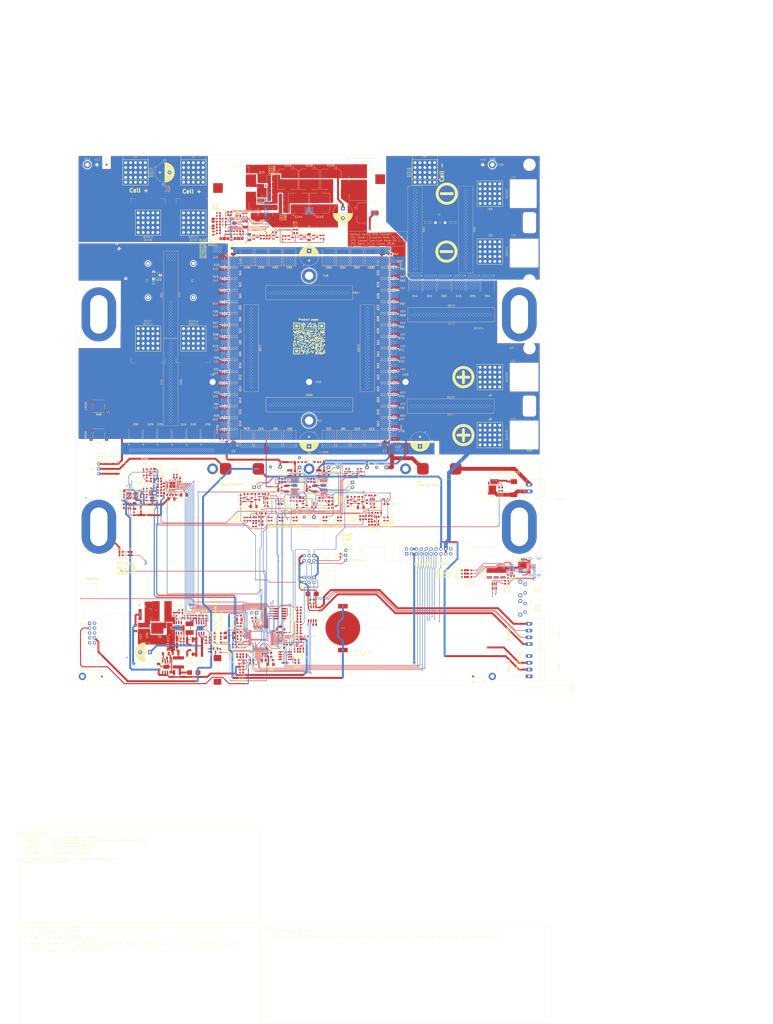
<source format=kicad_pcb>
(kicad_pcb
	(version 20241229)
	(generator "pcbnew")
	(generator_version "9.0")
	(general
		(thickness 1.74)
		(legacy_teardrops no)
	)
	(paper "A2" portrait)
	(layers
		(0 "F.Cu" signal)
		(4 "In1.Cu" signal)
		(6 "In2.Cu" signal)
		(8 "In3.Cu" signal)
		(10 "In4.Cu" signal)
		(2 "B.Cu" signal)
		(9 "F.Adhes" user "F.Adhesive")
		(11 "B.Adhes" user "B.Adhesive")
		(13 "F.Paste" user)
		(15 "B.Paste" user)
		(5 "F.SilkS" user "F.Silkscreen")
		(7 "B.SilkS" user "B.Silkscreen")
		(1 "F.Mask" user)
		(3 "B.Mask" user)
		(17 "Dwgs.User" user "User.Drawings")
		(19 "Cmts.User" user "User.Comments")
		(21 "Eco1.User" user "User.Eco1")
		(23 "Eco2.User" user "User.Eco2")
		(25 "Edge.Cuts" user)
		(27 "Margin" user)
		(31 "F.CrtYd" user "F.Courtyard")
		(29 "B.CrtYd" user "B.Courtyard")
		(35 "F.Fab" user)
		(33 "B.Fab" user)
		(39 "User.1" user)
		(41 "User.2" user "User.2 -Bemaßung")
		(43 "User.3" user "User.3 - Heatsink")
		(45 "User.4" user)
		(47 "User.5" user)
		(49 "User.6" user)
		(51 "User.7" user)
		(53 "User.8" user)
		(55 "User.9" user)
	)
	(setup
		(stackup
			(layer "F.SilkS"
				(type "Top Silk Screen")
			)
			(layer "F.Paste"
				(type "Top Solder Paste")
			)
			(layer "F.Mask"
				(type "Top Solder Mask")
				(color "Red")
				(thickness 0.01)
			)
			(layer "F.Cu"
				(type "copper")
				(thickness 0.07)
			)
			(layer "dielectric 1"
				(type "prepreg")
				(thickness 0.1)
				(material "FR4")
				(epsilon_r 4.5)
				(loss_tangent 0.02)
			)
			(layer "In1.Cu"
				(type "copper")
				(thickness 0.07)
			)
			(layer "dielectric 2"
				(type "core")
				(thickness 0.535)
				(material "FR4")
				(epsilon_r 4.5)
				(loss_tangent 0.02)
			)
			(layer "In2.Cu"
				(type "copper")
				(thickness 0.07)
			)
			(layer "dielectric 3"
				(type "prepreg")
				(thickness 0.1)
				(material "FR4")
				(epsilon_r 4.5)
				(loss_tangent 0.02)
			)
			(layer "In3.Cu"
				(type "copper")
				(thickness 0.035)
			)
			(layer "dielectric 4"
				(type "core")
				(thickness 0.535)
				(material "FR4")
				(epsilon_r 4.5)
				(loss_tangent 0.02)
			)
			(layer "In4.Cu"
				(type "copper")
				(thickness 0.035)
			)
			(layer "dielectric 5"
				(type "prepreg")
				(thickness 0.1)
				(material "FR4")
				(epsilon_r 4.5)
				(loss_tangent 0.02)
			)
			(layer "B.Cu"
				(type "copper")
				(thickness 0.07)
			)
			(layer "B.Mask"
				(type "Bottom Solder Mask")
				(color "Red")
				(thickness 0.01)
			)
			(layer "B.Paste"
				(type "Bottom Solder Paste")
			)
			(layer "B.SilkS"
				(type "Bottom Silk Screen")
			)
			(copper_finish "None")
			(dielectric_constraints no)
		)
		(pad_to_mask_clearance 0)
		(allow_soldermask_bridges_in_footprints no)
		(tenting front back)
		(aux_axis_origin 53 395)
		(grid_origin 173 120)
		(pcbplotparams
			(layerselection 0x00000000_00000000_55555555_5755f5ff)
			(plot_on_all_layers_selection 0x00000000_00000000_00000000_00000000)
			(disableapertmacros no)
			(usegerberextensions no)
			(usegerberattributes yes)
			(usegerberadvancedattributes yes)
			(creategerberjobfile yes)
			(dashed_line_dash_ratio 12.000000)
			(dashed_line_gap_ratio 3.000000)
			(svgprecision 4)
			(plotframeref no)
			(mode 1)
			(useauxorigin no)
			(hpglpennumber 1)
			(hpglpenspeed 20)
			(hpglpendiameter 15.000000)
			(pdf_front_fp_property_popups yes)
			(pdf_back_fp_property_popups yes)
			(pdf_metadata yes)
			(pdf_single_document no)
			(dxfpolygonmode yes)
			(dxfimperialunits yes)
			(dxfusepcbnewfont yes)
			(psnegative no)
			(psa4output no)
			(plot_black_and_white yes)
			(sketchpadsonfab no)
			(plotpadnumbers no)
			(hidednponfab no)
			(sketchdnponfab yes)
			(crossoutdnponfab yes)
			(subtractmaskfromsilk no)
			(outputformat 1)
			(mirror no)
			(drillshape 1)
			(scaleselection 1)
			(outputdirectory "")
		)
	)
	(net 0 "")
	(net 1 "Net-(IC1-VIN)")
	(net 2 "GND")
	(net 3 "Net-(IC1-SW)")
	(net 4 "VCC")
	(net 5 "BAT+CONTROLED")
	(net 6 "5V0")
	(net 7 "VREF")
	(net 8 "/analog_measure/Shunt_B")
	(net 9 "/analog_measure/Shunt_A")
	(net 10 "ISENSE_FAST+")
	(net 11 "Net-(Q4-G)")
	(net 12 "/analog_measure/ISENSE_PREZ+")
	(net 13 "Net-(Q5-G)")
	(net 14 "Net-(Q6-G)")
	(net 15 "Net-(Q7-G)")
	(net 16 "Net-(Q8-G)")
	(net 17 "/analog_measure/ISENSE_PREZ-")
	(net 18 "ISENSE_FAST-")
	(net 19 "USENSE_SHUNT_BUF")
	(net 20 "USENSE+_BUF")
	(net 21 "USENSE_SHUNT_BUF-")
	(net 22 "USENSE-_BUF")
	(net 23 "/analog_measure/ISENSE+")
	(net 24 "/OVP_IN")
	(net 25 "/analog_measure/ISENSE-")
	(net 26 "SPI1_MOSI")
	(net 27 "/LVP_IN")
	(net 28 "Net-(IC1-CBOOT)")
	(net 29 "/currentLimitModul/sw_vcc")
	(net 30 "Net-(Q1-G)")
	(net 31 "Net-(Q2-G)")
	(net 32 "Net-(Q3-G)")
	(net 33 "/greenMeter/AUX_EN")
	(net 34 "ADC_START")
	(net 35 "SPI1_MISO")
	(net 36 "/greenMeter/SWCLK")
	(net 37 "/switchControl/CHG_DETECTED")
	(net 38 "/switchControl/LOAD_DETECTED")
	(net 39 "ADC_DRDY")
	(net 40 "ADC_RESET")
	(net 41 "/greenMeter/SWDIO")
	(net 42 "/CHARGE_CONTROL")
	(net 43 "Net-(Q22-G)")
	(net 44 "Net-(Q13-G)")
	(net 45 "Net-(Q14-G)")
	(net 46 "Net-(Q15-G)")
	(net 47 "Net-(Q16-G)")
	(net 48 "/BUS_+5V")
	(net 49 "Net-(J19-Pin_1)")
	(net 50 "Net-(U7-TIMER)")
	(net 51 "/greenMeter/BTN_MODE")
	(net 52 "/BUS_GND")
	(net 53 "/BUS_B")
	(net 54 "/BUS_A")
	(net 55 "/chargeControl/vcc_int")
	(net 56 "/dischargeControl/vcc_int")
	(net 57 "Net-(Q9-G)")
	(net 58 "Net-(Q10-G)")
	(net 59 "Net-(Q11-G)")
	(net 60 "Net-(Q12-G)")
	(net 61 "Net-(U7-ISET)")
	(net 62 "Net-(U7-TGUP)")
	(net 63 "Net-(U7-VCCUV)")
	(net 64 "/LOAD_CONTROL")
	(net 65 "BAT+MEASURED")
	(net 66 "/chargeControl/BST")
	(net 67 "/dischargeControl/BST")
	(net 68 "/U_SENSE+")
	(net 69 "/greenMeter/LVP_SENSE_DIV")
	(net 70 "/greenMeter/OVP_SENSE_DIV")
	(net 71 "/B+Terminal")
	(net 72 "Net-(BZ1--)")
	(net 73 "/greenMeter/Buzzer")
	(net 74 "/chargeControl/~{Fault}")
	(net 75 "/dischargeControl/~{Fault}")
	(net 76 "/I_ctrl")
	(net 77 "~{OC_FAULT}")
	(net 78 "/p_good")
	(net 79 "Net-(U7-VIN)")
	(net 80 "Net-(Q24-G)")
	(net 81 "Net-(Q25-G)")
	(net 82 "Net-(Q26-G)")
	(net 83 "Net-(Q27-G)")
	(net 84 "Net-(Q28-G)")
	(net 85 "Net-(Q29-G)")
	(net 86 "Net-(Q30-G)")
	(net 87 "Net-(Q31-G)")
	(net 88 "Net-(Q32-G)")
	(net 89 "Net-(Q33-G)")
	(net 90 "Net-(Q34-G)")
	(net 91 "Net-(Q35-G)")
	(net 92 "Net-(Q36-G)")
	(net 93 "Net-(Q37-G)")
	(net 94 "Net-(Q38-G)")
	(net 95 "Net-(Q39-G)")
	(net 96 "SWITCH_IN")
	(net 97 "Net-(Q40-G)")
	(net 98 "Net-(Q41-G)")
	(net 99 "Net-(Q42-G)")
	(net 100 "Net-(Q43-G)")
	(net 101 "Net-(Q44-G)")
	(net 102 "Net-(Q45-G)")
	(net 103 "Net-(Q46-G)")
	(net 104 "Net-(Q47-G)")
	(net 105 "Net-(Q48-G)")
	(net 106 "Net-(Q49-G)")
	(net 107 "Net-(Q50-G)")
	(net 108 "Net-(Q51-G)")
	(net 109 "Net-(Q52-G)")
	(net 110 "Net-(Q53-G)")
	(net 111 "Net-(Q54-G)")
	(net 112 "Net-(Q55-G)")
	(net 113 "Net-(Q56-G)")
	(net 114 "Net-(Q57-G)")
	(net 115 "Net-(Q58-G)")
	(net 116 "Net-(Q59-G)")
	(net 117 "Net-(Q60-G)")
	(net 118 "Net-(Q61-G)")
	(net 119 "Net-(Q62-G)")
	(net 120 "Net-(Q63-G)")
	(net 121 "Net-(Q64-G)")
	(net 122 "Net-(Q66-G)")
	(net 123 "/chargeControl/vg")
	(net 124 "/dischargeControl/vg")
	(net 125 "ADC_CS")
	(net 126 "SPI1_SCK")
	(net 127 "Net-(BT1-+)")
	(net 128 "/greenMeter/R1")
	(net 129 "/greenMeter/R2")
	(net 130 "Net-(Q69-C)")
	(net 131 "Net-(Q70-C)")
	(net 132 "Net-(D63-A)")
	(net 133 "Net-(D60-A)")
	(net 134 "Net-(D61-A)")
	(net 135 "Net-(SW1-B)")
	(net 136 "Net-(IC1-COMP)")
	(net 137 "Net-(IC1-ISNS+)")
	(net 138 "Net-(D64-A)")
	(net 139 "Net-(Q17-G)")
	(net 140 "Net-(Q19-G)")
	(net 141 "Net-(Q20-G)")
	(net 142 "Net-(Q21-G)")
	(net 143 "Net-(Q23-G)")
	(net 144 "Net-(Q65-B)")
	(net 145 "Net-(Q67-C)")
	(net 146 "Net-(Q67-B)")
	(net 147 "Net-(Q68-B)")
	(net 148 "Net-(Q68-C)")
	(net 149 "Net-(SW2-B)")
	(net 150 "unconnected-(SW2-A-Pad3)")
	(net 151 "/ltc_charge_current_mon")
	(net 152 "Net-(D65-A)")
	(net 153 "COM")
	(net 154 "/greenMeter/RS485_R_USART2")
	(net 155 "/greenMeter/RS485_D_USART2")
	(net 156 "/greenMeter/RS485_R_USART1")
	(net 157 "/greenMeter/RS485_D_USART1")
	(net 158 "Net-(D62-A)")
	(net 159 "/greenMeter/I2C4_SDA")
	(net 160 "/greenMeter/FDCAN3_RX")
	(net 161 "/greenMeter/I2C4_SCL")
	(net 162 "/greenMeter/FDCAN3_TX")
	(net 163 "/greenMeter/I2C3_SDA")
	(net 164 "/greenMeter/I2C3_SCL")
	(net 165 "/greenMeter/FDCAN2_TX")
	(net 166 "/greenMeter/FDCAN2_RX")
	(net 167 "Net-(Q18-G)")
	(net 168 "/ltc_discharge_current_mon")
	(net 169 "Net-(IC1-FPWM{slash}SYNC)")
	(net 170 "unconnected-(IC1-BIAS-Pad14)")
	(net 171 "Net-(IC1-HO)")
	(net 172 "Net-(IC1-RT)")
	(net 173 "Net-(IC1-IMON{slash}ILIM)")
	(net 174 "/currentLimitModul/buck_en")
	(net 175 "Net-(IC1-LO)")
	(net 176 "Net-(IC1-FB)")
	(net 177 "/greenMeter/LED_ERROR")
	(net 178 "/greenMeter/OVERWRITE_DISCHARGE_CTRL")
	(net 179 "/greenMeter/OVERWRITE_CHARGE_CTRL")
	(net 180 "Net-(JP2-C)")
	(net 181 "Net-(L7-Pad1)")
	(net 182 "Ub")
	(net 183 "Net-(D2-K)")
	(net 184 "Net-(U1-VIN)")
	(net 185 "Net-(U1-BST)")
	(net 186 "Net-(U2-SW)")
	(net 187 "Net-(U2-BST)")
	(net 188 "Net-(C21-Pad1)")
	(net 189 "Net-(U1-FB)")
	(net 190 "Net-(U2-FB)")
	(net 191 "Net-(C22-Pad1)")
	(net 192 "Net-(C24-Pad2)")
	(net 193 "Net-(U3-FILTER)")
	(net 194 "Net-(U4-SS)")
	(net 195 "Net-(J18-Pin_1)")
	(net 196 "Net-(U5-VIN)")
	(net 197 "Net-(U5-TIMER)")
	(net 198 "Net-(U9-PF0)")
	(net 199 "Net-(U9-PC14)")
	(net 200 "Net-(U9-PC15)")
	(net 201 "Net-(U9-VDDA)")
	(net 202 "Net-(U10-V_{OUT})")
	(net 203 "Net-(U14-+)")
	(net 204 "Net-(U14--)")
	(net 205 "Net-(U15--)")
	(net 206 "Net-(U22-+IN)")
	(net 207 "Net-(U23-+IN)")
	(net 208 "Net-(U24-+IN)")
	(net 209 "Net-(C94-Pad2)")
	(net 210 "Net-(Q71-C)")
	(net 211 "Net-(D58-A)")
	(net 212 "Net-(J21-1)")
	(net 213 "unconnected-(H2-Pad1)")
	(net 214 "Net-(J20-Pin_1)")
	(net 215 "Net-(D69-K)")
	(net 216 "Net-(C150-Pad1)")
	(net 217 "Net-(D68-K)")
	(net 218 "Net-(J23-D+-PadA6)")
	(net 219 "Net-(J23-D--PadA7)")
	(net 220 "Net-(J23-CC2)")
	(net 221 "Net-(J23-CC1)")
	(net 222 "unconnected-(J23-SBU1-PadA8)")
	(net 223 "unconnected-(J23-SBU2-PadB8)")
	(net 224 "Net-(JP3-B)")
	(net 225 "Net-(Q71-B)")
	(net 226 "Net-(Q72-C)")
	(net 227 "Net-(Q72-B)")
	(net 228 "Net-(U1-EN{slash}UVLO)")
	(net 229 "Net-(U2-EN{slash}UVLO)")
	(net 230 "Net-(U1-RON)")
	(net 231 "Net-(U2-RON)")
	(net 232 "Net-(R15-Pad2)")
	(net 233 "Net-(U5-ISET)")
	(net 234 "Net-(U5-TGUP)")
	(net 235 "Net-(U5-VCCUV)")
	(net 236 "Net-(U9-PF1)")
	(net 237 "Net-(U9-PA4)")
	(net 238 "Net-(U11-A)")
	(net 239 "Net-(U11-B)")
	(net 240 "Net-(U16--)")
	(net 241 "Net-(U24--IN)")
	(net 242 "Net-(U5-IMON)")
	(net 243 "Net-(U7-IMON)")
	(net 244 "/greenMeter/USB_D-")
	(net 245 "/greenMeter/USB_D+")
	(net 246 "Net-(D70-K)")
	(net 247 "unconnected-(H26-Pad1)")
	(net 248 "Net-(D5-K)")
	(net 249 "Net-(C23-Pad2)")
	(net 250 "Net-(C38-Pad1)")
	(net 251 "Net-(C45-Pad1)")
	(net 252 "Net-(C51-Pad2)")
	(net 253 "Net-(U13-+)")
	(net 254 "Net-(U13--)")
	(net 255 "Net-(U21-+IN)")
	(net 256 "Net-(C96-Pad2)")
	(net 257 "Net-(U25-REFOUT)")
	(net 258 "Net-(U25-CAPN)")
	(net 259 "Net-(U25-CAPP)")
	(net 260 "Net-(U25-BYPASS)")
	(net 261 "Net-(C126-Pad1)")
	(net 262 "Net-(D3-A)")
	(net 263 "Net-(D3-K)")
	(net 264 "Net-(D4-A)")
	(net 265 "Net-(D10-K)")
	(net 266 "unconnected-(D15-NC-Pad2)")
	(net 267 "Net-(D18-K)")
	(net 268 "Net-(D35-K)")
	(net 269 "unconnected-(D40-NC-Pad2)")
	(net 270 "Net-(D43-K)")
	(net 271 "Net-(D56-A1)")
	(net 272 "Net-(D57-A)")
	(net 273 "Net-(D66-A)")
	(net 274 "unconnected-(D66-NC-Pad2)")
	(net 275 "Net-(D67-A)")
	(net 276 "unconnected-(H2-Pad1)_1")
	(net 277 "unconnected-(H3-Pad1)")
	(net 278 "unconnected-(H3-Pad1)_1")
	(net 279 "unconnected-(H4-Pad1)")
	(net 280 "unconnected-(H4-Pad1)_1")
	(net 281 "unconnected-(H6-Pad1)")
	(net 282 "unconnected-(H11-Pad1)")
	(net 283 "unconnected-(H13-Pad1)")
	(net 284 "unconnected-(H18-Pad1)")
	(net 285 "unconnected-(H20-Pad1)")
	(net 286 "Net-(R129-Pad1)")
	(net 287 "Net-(R130-Pad1)")
	(net 288 "Net-(R149-Pad2)")
	(net 289 "Net-(R150-Pad2)")
	(net 290 "Net-(R159-Pad1)")
	(net 291 "Net-(R160-Pad1)")
	(net 292 "Net-(U23--IN)")
	(net 293 "Net-(R180-Pad2)")
	(net 294 "Net-(U26-REF)")
	(net 295 "Net-(U26-REF_RTN)")
	(net 296 "Net-(U26-FAULT)")
	(net 297 "Net-(U26-LD_DET)")
	(net 298 "Net-(U26-UFP)")
	(net 299 "unconnected-(U25-NC-7-Pad25)")
	(net 300 "unconnected-(U25-NC-6-Pad24)")
	(net 301 "unconnected-(U25-NC-8-Pad26)")
	(net 302 "unconnected-(U25-NC-3-Pad21)")
	(net 303 "unconnected-(U25-NC-4-Pad22)")
	(net 304 "unconnected-(U25-NC-9-Pad27)")
	(net 305 "unconnected-(U25-NC-2-Pad20)")
	(net 306 "unconnected-(U25-NC-1-Pad19)")
	(net 307 "unconnected-(U25-NC-5-Pad23)")
	(net 308 "unconnected-(U26-DEBUG-Pad16)")
	(net 309 "unconnected-(U26-POL-Pad18)")
	(net 310 "unconnected-(U26-AUDIO-Pad17)")
	(net 311 "5V2")
	(net 312 "Net-(JP4-B)")
	(net 313 "Net-(R208-Pad2)")
	(footprint "TestPoint:TestPoint_THTPad_D2.0mm_Drill1.0mm" (layer "F.Cu") (at 168 281.75))
	(footprint "MountingHole:MountingHole_4.3mm_M4_DIN965_Pad" (layer "F.Cu") (at 173 257.5))
	(footprint "Package_TO_SOT_SMD:SOT-23-5" (layer "F.Cu") (at 91.75 285))
	(footprint "Diode_SMD:D_SMC" (layer "F.Cu") (at 205.5 172.5 90))
	(footprint "Resistor_SMD:R_0603_1608Metric" (layer "F.Cu") (at 195.75 297 180))
	(footprint "Capacitor_SMD:C_0603_1608Metric" (layer "F.Cu") (at 144.5 361.25 180))
	(footprint "Connector_PinHeader_1.27mm:PinHeader_2x05_P1.27mm_Vertical_SMD" (layer "F.Cu") (at 158 357.5 180))
	(footprint "Capacitor_SMD:C_1210_3225Metric" (layer "F.Cu") (at 159.5 141.5))
	(footprint "Capacitor_SMD:C_1210_3225Metric" (layer "F.Cu") (at 163 284.75 -90))
	(footprint "Resistor_SMD:R_0603_1608Metric" (layer "F.Cu") (at 145.5 308.5 90))
	(footprint "Resistor_SMD:R_0603_1608Metric" (layer "F.Cu") (at 139.6625 380 180))
	(footprint "Resistor_SMD:R_0603_1608Metric" (layer "F.Cu") (at 133.5 374.25 90))
	(footprint "Capacitor_SMD:C_1206_3216Metric" (layer "F.Cu") (at 142 162.5 -90))
	(footprint "myHoles:MountingHole9mmSlot" (layer "F.Cu") (at 282 202.5))
	(footprint "myQR:qr_SmartPro209"
		(layer "F.Cu")
		(uuid "07ff2fba-22bd-43bb-a65b-f2262d4d55f7")
		(at 173 215)
		(property "Reference" "GRAPHIC1"
			(at 0 9.75 0)
			(layer "F.SilkS")
			(hide yes)
			(uuid "7c943da7-7c89-4e88-acac-849987225f49")
			(effects
				(font
					(size 1 1)
					(thickness 0.15)
				)
			)
		)
		(property "Value" "QR_Code"
			(at 0 -9.75 0)
			(layer "F.SilkS")
			(hide yes)
			(uuid "140f7f59-b872-4ec0-8f57-8002bc9474da")
			(effects
				(font
					(size 1 1)
					(thickness 0.15)
				)
			)
		)
		(property "Datasheet" ""
			(at 0 0 0)
			(layer "F.Fab")
			(hide yes)
			(uuid "f18e52f1-d205-4414-9e4d-46d03f548a91")
			(effects
				(font
					(size 1.27 1.27)
					(thickness 0.15)
				)
			)
		)
		(property "Description" ""
			(at 0 0 0)
			(layer "F.Fab")
			(hide yes)
			(uuid "add721bb-e397-453c-95b0-3677aa54cca2")
			(effects
				(font
					(size 1.27 1.27)
					(thickness 0.15)
				)
			)
		)
		(property "ECS Art#" ""
			(at 0 0 0)
			(unlocked yes)
			(layer "F.Fab")
			(hide yes)
			(uuid "975f463b-e46e-4417-bc94-8c036da3390e")
			(effects
				(font
					(size 1 1)
					(thickness 0.15)
				)
			)
		)
		(property "HAN" ""
			(at 0 0 0)
			(unlocked yes)
			(layer "F.Fab")
			(hide yes)
			(uuid "a4e78a20-9c2e-4881-93db-89048560e734")
			(effects
				(font
					(size 1 1)
					(thickness 0.15)
				)
			)
		)
		(property "Voltage" ""
			(at 0 0 0)
			(unlocked yes)
			(layer "F.Fab")
			(hide yes)
			(uuid "e867d88b-7fc0-4829-9b62-0d42130517e9")
			(effects
				(font
					(size 1 1)
					(thickness 0.15)
				)
			)
		)
		(property "Toleranz" ""
			(at 0 0 0)
			(unlocked yes)
			(layer "F.Fab")
			(hide yes)
			(uuid "0ec5fa9f-83ac-4353-844c-ad546d569621")
			(effects
				(font
					(size 1 1)
					(thickness 0.15)
				)
			)
		)
		(property "Hersteller" ""
			(at 0 0 0)
			(unlocked yes)
			(layer "F.Fab")
			(hide yes)
			(uuid "26aa9dfd-2f10-4aab-a614-ae7a496e4dfb")
			(effects
				(font
					(size 1 1)
					(thickness 0.15)
				)
			)
		)
		(path "/4875905e-d35e-4049-a6aa-c7869d81fd32/3bd154cd-1a86-44b1-84d1-fd9215abcf7a")
		(sheetname "/bom-parts/")
		(sheetfile "bom_parts.kicad_sch")
		(attr exclude_from_bom)
		(fp_rect
			(start -8.25 -8.25)
			(end -7.75 -7.75)
			(stroke
				(width 0)
				(type default)
			)
			(fill yes)
			(layer "F.SilkS")
			(uuid "dd1637b7-0aad-4d24-9e1e-6294a8f685b6")
		)
		(fp_rect
			(start -8.25 -7.75)
			(end -7.75 -7.25)
			(stroke
				(width 0)
				(type default)
			)
			(fill yes)
			(layer "F.SilkS")
			(uuid "bd7ce588-2606-4aae-9fef-ad84be9ea6b8")
		)
		(fp_rect
			(start -8.25 -7.25)
			(end -7.75 -6.75)
			(stroke
				(width 0)
				(type default)
			)
			(fill yes)
			(layer "F.SilkS")
			(uuid "666fd0a6-1ce9-49e8-8de9-48dc1776518a")
		)
		(fp_rect
			(start -8.25 -6.75)
			(end -7.75 -6.25)
			(stroke
				(width 0)
				(type default)
			)
			(fill yes)
			(layer "F.SilkS")
			(uuid "2caeabaa-00de-46c2-9fc0-0e0af020b6a2")
		)
		(fp_rect
			(start -8.25 -6.25)
			(end -7.75 -5.75)
			(stroke
				(width 0)
				(type default)
			)
			(fill yes)
			(layer "F.SilkS")
			(uuid "88b4d216-f35d-4e9e-948c-df50061531b1")
		)
		(fp_rect
			(start -8.25 -5.75)
			(end -7.75 -5.25)
			(stroke
				(width 0)
				(type default)
			)
			(fill yes)
			(layer "F.SilkS")
			(uuid "e1424009-33d2-4d52-ab83-41c2f6d15acf")
		)
		(fp_rect
			(start -8.25 -5.25)
			(end -7.75 -4.75)
			(stroke
				(width 0)
				(type default)
			)
			(fill yes)
			(layer "F.SilkS")
			(uuid "9d295569-4d35-44eb-a1ca-f1f51a81c0dc")
		)
		(fp_rect
			(start -8.25 -4.25)
			(end -7.75 -3.75)
			(stroke
				(width 0)
				(type default)
			)
			(fill yes)
			(layer "F.SilkS")
			(uuid "11c7d13f-5836-4539-b829-a8f1481775d5")
		)
		(fp_rect
			(start -8.25 -3.75)
			(end -7.75 -3.25)
			(stroke
				(width 0)
				(type default)
			)
			(fill yes)
			(layer "F.SilkS")
			(uuid "cef60a9d-e241-4b47-a89d-81b0621dcad5")
		)
		(fp_rect
			(start -8.25 -2.25)
			(end -7.75 -1.75)
			(stroke
				(width 0)
				(type default)
			)
			(fill yes)
			(layer "F.SilkS")
			(uuid "19539603-6710-4057-80a5-ee95d6d328ed")
		)
		(fp_rect
			(start -8.25 1.25)
			(end -7.75 1.75)
			(stroke
				(width 0)
				(type default)
			)
			(fill yes)
			(layer "F.SilkS")
			(uuid "98f7c412-e9dc-4ee9-89dd-84ece6bfe074")
		)
		(fp_rect
			(start -8.25 2.25)
			(end -7.75 2.75)
			(stroke
				(width 0)
				(type default)
			)
			(fill yes)
			(layer "F.SilkS")
			(uuid "4e72b00b-96d6-44ff-9d59-307e506a7aca")
		)
		(fp_rect
			(start -8.25 2.75)
			(end -7.75 3.25)
			(stroke
				(width 0)
				(type default)
			)
			(fill yes)
			(layer "F.SilkS")
			(uuid "f00c3ed1-495c-45e7-a2d5-80b27c2bafb4")
		)
		(fp_rect
			(start -8.25 3.25)
			(end -7.75 3.75)
			(stroke
				(width 0)
				(type default)
			)
			(fill yes)
			(layer "F.SilkS")
			(uuid "d416d723-ce00-40ee-b774-530fadcf9a5a")
		)
		(fp_rect
			(start -8.25 3.75)
			(end -7.75 4.25)
			(stroke
				(width 0)
				(type default)
			)
			(fill yes)
			(layer "F.SilkS")
			(uuid "859aa222-0c65-4d4c-9067-587b65f7a4b2")
		)
		(fp_rect
			(start -8.25 4.75)
			(end -7.75 5.25)
			(stroke
				(width 0)
				(type default)
			)
			(fill yes)
			(layer "F.SilkS")
			(uuid "11b32d93-d5ec-4a0b-b593-d1c798fc406b")
		)
		(fp_rect
			(start -8.25 5.25)
			(end -7.75 5.75)
			(stroke
				(width 0)
				(type default)
			)
			(fill yes)
			(layer "F.SilkS")
			(uuid "b8ad5bbf-a9c3-441c-bfb8-3ab0a4cc990e")
		)
		(fp_rect
			(start -8.25 5.75)
			(end -7.75 6.25)
			(stroke
				(width 0)
				(type default)
			)
			(fill yes)
			(layer "F.SilkS")
			(uuid "17c965d5-5288-45db-9dc2-e68bc646d2e3")
		)
		(fp_rect
			(start -8.25 6.25)
			(end -7.75 6.75)
			(stroke
				(width 0)
				(type default)
			)
			(fill yes)
			(layer "F.SilkS")
			(uuid "9306c75a-d334-4080-8760-f37d678efea4")
		)
		(fp_rect
			(start -8.25 6.75)
			(end -7.75 7.25)
			(stroke
				(width 0)
				(type default)
			)
			(fill yes)
			(layer "F.SilkS")
			(uuid "5faabc5a-a6c3-4153-93e7-2e24424536f8")
		)
		(fp_rect
			(start -8.25 7.25)
			(end -7.75 7.75)
			(stroke
				(width 0)
				(type default)
			)
			(fill yes)
			(layer "F.SilkS")
			(uuid "cf6d8d41-7a3b-41d0-ba77-af5ef5e03553")
		)
		(fp_rect
			(start -8.25 7.75)
			(end -7.75 8.25)
			(stroke
				(width 0)
				(type default)
			)
			(fill yes)
			(layer "F.SilkS")
			(uuid "ca3687dd-13a2-4046-81e2-3d4498803552")
		)
		(fp_rect
			(start -7.75 -8.25)
			(end -7.25 -7.75)
			(stroke
				(width 0)
				(type default)
			)
			(fill yes)
			(layer "F.SilkS")
			(uuid "5a16f51f-52e2-4eba-8c5b-b30fe5b7abf5")
		)
		(fp_rect
			(start -7.75 -5.25)
			(end -7.25 -4.75)
			(stroke
				(width 0)
				(type default)
			)
			(fill yes)
			(layer "F.SilkS")
			(uuid "66f59117-5133-490c-ac44-0622e99477d3")
		)
		(fp_rect
			(start -7.75 -3.75)
			(end -7.25 -3.25)
			(stroke
				(width 0)
				(type default)
			)
			(fill yes)
			(layer "F.SilkS")
			(uuid "f9e7a90d-c8cb-4ce1-9ab5-9fa3cde5999a")
		)
		(fp_rect
			(start -7.75 -3.25)
			(end -7.25 -2.75)
			(stroke
				(width 0)
				(type default)
			)
			(fill yes)
			(layer "F.SilkS")
			(uuid "9e7d0e4d-0a7c-4601-9c03-308fc4003572")
		)
		(fp_rect
			(start -7.75 -1.75)
			(end -7.25 -1.25)
			(stroke
				(width 0)
				(type default)
			)
			(fill yes)
			(layer "F.SilkS")
			(uuid "7aab36ba-aefe-4d2e-a800-2e8695140e37")
		)
		(fp_rect
			(start -7.75 -0.75)
			(end -7.25 -0.25)
			(stroke
				(width 0)
				(type default)
			)
			(fill yes)
			(layer "F.SilkS")
			(uuid "0bb2db53-4ac4-4c4f-97c8-a584a8407e3f")
		)
		(fp_rect
			(start -7.75 -0.25)
			(end -7.25 0.25)
			(stroke
				(width 0)
				(type default)
			)
			(fill yes)
			(layer "F.SilkS")
			(uuid "2ea6a597-2c8b-4931-918e-947b11bed8c5")
		)
		(fp_rect
			(start -7.75 0.75)
			(end -7.25 1.25)
			(stroke
				(width 0)
				(type default)
			)
			(fill yes)
			(layer "F.SilkS")
			(uuid "482f5d71-6487-4bfb-823e-dfb22313626b")
		)
		(fp_rect
			(start -7.75 1.25)
			(end -7.25 1.75)
			(stroke
				(width 0)
				(type default)
			)
			(fill yes)
			(layer "F.SilkS")
			(uuid "7ff22668-9ba1-4b5a-802e-de3cee4afe33")
		)
		(fp_rect
			(start -7.75 1.75)
			(end -7.25 2.25)
			(stroke
				(width 0)
				(type default)
			)
			(fill yes)
			(layer "F.SilkS")
			(uuid "6f194ea1-282e-40ff-a73e-fe3a5003120f")
		)
		(fp_rect
			(start -7.75 3.75)
			(end -7.25 4.25)
			(stroke
				(width 0)
				(type default)
			)
			(fill yes)
			(layer "F.SilkS")
			(uuid "076cfdbf-26e0-411d-91ac-90f97f81e038")
		)
		(fp_rect
			(start -7.75 4.75)
			(end -7.25 5.25)
			(stroke
				(width 0)
				(type default)
			)
			(fill yes)
			(layer "F.SilkS")
			(uuid "86e6adfe-4e1b-42ea-af99-0e439af28684")
		)
		(fp_rect
			(start -7.75 7.75)
			(end -7.25 8.25)
			(stroke
				(width 0)
				(type default)
			)
			(fill yes)
			(layer "F.SilkS")
			(uuid "ce66f7b7-50a2-4dd4-aaa2-0b7336d4dd7b")
		)
		(fp_rect
			(start -7.25 -8.25)
			(end -6.75 -7.75)
			(stroke
				(width 0)
				(type default)
			)
			(fill yes)
			(layer "F.SilkS")
			(uuid "7a939c29-d964-431f-9a50-55be4072b958")
		)
		(fp_rect
			(start -7.25 -7.25)
			(end -6.75 -6.75)
			(stroke
				(width 0)
				(type default)
			)
			(fill yes)
			(layer "F.SilkS")
			(uuid "df6e5542-8979-4b8c-8bb7-a832089c7a22")
		)
		(fp_rect
			(start -7.25 -6.75)
			(end -6.75 -6.25)
			(stroke
				(width 0)
				(type default)
			)
			(fill yes)
			(layer "F.SilkS")
			(uuid "6a30b425-8655-433f-89d8-eff29558b243")
		)
		(fp_rect
			(start -7.25 -6.25)
			(end -6.75 -5.75)
			(stroke
				(width 0)
				(type default)
			)
			(fill yes)
			(layer "F.SilkS")
			(uuid "65d32f36-53e0-4233-a1ce-73e84c8dd2dd")
		)
		(fp_rect
			(start -7.25 -5.25)
			(end -6.75 -4.75)
			(stroke
				(width 0)
				(type default)
			)
			(fill yes)
			(layer "F.SilkS")
			(uuid "88f4a8de-f3e7-487c-9052-b0b1f2dcfef1")
		)
		(fp_rect
			(start -7.25 -3.75)
			(end -6.75 -3.25)
			(stroke
				(width 0)
				(type default)
			)
			(fill yes)
			(layer "F.SilkS")
			(uuid "5572caa6-5488-4d92-af62-9334e971bd0f")
		)
		(fp_rect
			(start -7.25 -3.25)
			(end -6.75 -2.75)
			(stroke
				(width 0)
				(type default)
			)
			(fill yes)
			(layer "F.SilkS")
			(uuid "692a02a5-cdbf-49f4-a6db-24927c4b9b64")
		)
		(fp_rect
			(start -7.25 -2.75)
			(end -6.75 -2.25)
			(stroke
				(width 0)
				(type default)
			)
			(fill yes)
			(layer "F.SilkS")
			(uuid "e5b2f0c2-5d21-4fb0-8203-634e5bda60c2")
		)
		(fp_rect
			(start -7.25 -1.25)
			(end -6.75 -0.75)
			(stroke
				(width 0)
				(type default)
			)
			(fill yes)
			(layer "F.SilkS")
			(uuid "2848687f-cbed-4750-bb93-f871533c17ee")
		)
		(fp_rect
			(start -7.25 -0.25)
			(end -6.75 0.25)
			(stroke
				(width 0)
				(type default)
			)
			(fill yes)
			(layer "F.SilkS")
			(uuid "ad0d74a4-6ebb-4cb2-a51f-89e184862659")
		)
		(fp_rect
			(start -7.25 1.25)
			(end -6.75 1.75)
			(stroke
				(width 0)
				(type default)
			)
			(fill yes)
			(layer "F.SilkS")
			(uuid "69f4d540-721d-4359-b931-8e6bcc2d413a")
		)
		(fp_rect
			(start -7.25 2.25)
			(end -6.75 2.75)
			(stroke
				(width 0)
				(type default)
			)
			(fill yes)
			(layer "F.SilkS")
			(uuid "95b67d39-22c8-4421-97dd-038cd989db78")
		)
		(fp_rect
			(start -7.25 2.75)
			(end -6.75 3.25)
			(stroke
				(width 0)
				(type default)
			)
			(fill yes)
			(layer "F.SilkS")
			(uuid "b46a6aa1-ce38-4828-8b0a-4578c27eb205")
		)
		(fp_rect
			(start -7.25 3.25)
			(end -6.75 3.75)
			(stroke
				(width 0)
				(type default)
			)
			(fill yes)
			(layer "F.SilkS")
			(uuid "0c462c42-803f-4d29-82ee-fda8b4197273")
		)
		(fp_rect
			(start -7.25 4.75)
			(end -6.75 5.25)
			(stroke
				(width 0)
				(type default)
			)
			(fill yes)
			(layer "F.SilkS")
			(uuid "167299e3-de65-4be8-85ba-7267a378eaad")
		)
		(fp_rect
			(start -7.25 5.75)
			(end -6.75 6.25)
			(stroke
				(width 0)
				(type default)
			)
			(fill yes)
			(layer "F.SilkS")
			(uuid "c424bde0-8b58-4ca8-a638-a14dd7ab8cd8")
		)
		(fp_rect
			(start -7.25 6.25)
			(end -6.75 6.75)
			(stroke
				(width 0)
				(type default)
			)
			(fill yes)
			(layer "F.SilkS")
			(uuid "67517c2e-6ad2-4446-bc34-5700448c3212")
		)
		(fp_rect
			(start -7.25 6.75)
			(end -6.75 7.25)
			(stroke
				(width 0)
				(type default)
			)
			(fill yes)
			(layer "F.SilkS")
			(uuid "e3331834-72bd-4a01-9532-14ecda9c8a37")
		)
		(fp_rect
			(start -7.25 7.75)
			(end -6.75 8.25)
			(stroke
				(width 0)
				(type default)
			)
			(fill yes)
			(layer "F.SilkS")
			(uuid "79ee71bb-0112-43fd-888b-45eae1c453b9")
		)
		(fp_rect
			(start -6.75 -8.25)
			(end -6.25 -7.75)
			(stroke
				(width 0)
				(type default)
			)
			(fill yes)
			(layer "F.SilkS")
			(uuid "23f11214-a976-4a34-99ea-7639331cf276")
		)
		(fp_rect
			(start -6.75 -7.25)
			(end -6.25 -6.75)
			(stroke
				(width 0)
				(type default)
			)
			(fill yes)
			(layer "F.SilkS")
			(uuid "f7757870-f34e-4ad6-bb59-5de376d60a08")
		)
		(fp_rect
			(start -6.75 -6.75)
			(end -6.25 -6.25)
			(stroke
				(width 0)
				(type default)
			)
			(fill yes)
			(layer "F.SilkS")
			(uuid "f115bfdc-fed8-44bc-a88d-9a854a31aefc")
		)
		(fp_rect
			(start -6.75 -6.25)
			(end -6.25 -5.75)
			(stroke
				(width 0)
				(type default)
			)
			(fill yes)
			(layer "F.SilkS")
			(uuid "b91034e0-e8df-4c26-b9f9-88126661b9a1")
		)
		(fp_rect
			(start -6.75 -5.25)
			(end -6.25 -4.75)
			(stroke
				(width 0)
				(type default)
			)
			(fill yes)
			(layer "F.SilkS")
			(uuid "5bfa6979-f191-42c2-875e-1aac0f3275e6")
		)
		(fp_rect
			(start -6.75 -4.25)
			(end -6.25 -3.75)
			(stroke
				(width 0)
				(type default)
			)
			(fill yes)
			(layer "F.SilkS")
			(uuid "2d3eaeff-8fbb-4d34-b3e1-01156af9140d")
		)
		(fp_rect
			(start -6.75 -3.75)
			(end -6.25 -3.25)
			(stroke
				(width 0)
				(type default)
			)
			(fill yes)
			(layer "F.SilkS")
			(uuid "a5b96d8e-fc29-4a37-9890-1faab1089312")
		)
		(fp_rect
			(start -6.75 -3.25)
			(end -6.25 -2.75)
			(stroke
				(width 0)
				(type default)
			)
			(fill yes)
			(layer "F.SilkS")
			(uuid "2ee7657d-369b-43de-8e36-5461d439b98f")
		)
		(fp_rect
			(start -6.75 -1.25)
			(end -6.25 -0.75)
			(stroke
				(width 0)
				(type default)
			)
			(fill yes)
			(layer "F.SilkS")
			(uuid "7bb7e8ea-b6d3-484a-bf53-1a7f51002ad0")
		)
		(fp_rect
			(start -6.75 3.25)
			(end -6.25 3.75)
			(stroke
				(width 0)
				(type default)
			)
			(fill yes)
			(layer "F.SilkS")
			(uuid "d5655712-55e5-4ade-bbd6-9c4b389ff359")
		)
		(fp_rect
			(start -6.75 4.75)
			(end -6.25 5.25)
			(stroke
				(width 0)
				(type default)
			)
			(fill yes)
			(layer "F.SilkS")
			(uuid "9371f9b6-5a03-40f1-9001-bb8a4c03d1c3")
		)
		(fp_rect
			(start -6.75 5.75)
			(end -6.25 6.25)
			(stroke
				(width 0)
				(type default)
			)
			(fill yes)
			(layer "F.SilkS")
			(uuid "50a7cfc5-c69c-45d3-98a9-fe8f94e47f51")
		)
		(fp_rect
			(start -6.75 6.25)
			(end -6.25 6.75)
			(stroke
				(width 0)
				(type default)
			)
			(fill yes)
			(layer "F.SilkS")
			(uuid "dcb7a3ce-fcbc-4458-bbb5-d3835af302a7")
		)
		(fp_rect
			(start -6.75 6.75)
			(end -6.25 7.25)
			(stroke
				(width 0)
				(type default)
			)
			(fill yes)
			(layer "F.SilkS")
			(uuid "d869e6a4-eb85-432a-bf4d-4f9476eb0aed")
		)
		(fp_rect
			(start -6.75 7.75)
			(end -6.25 8.25)
			(stroke
				(width 0)
				(type default)
			)
			(fill yes)
			(layer "F.SilkS")
			(uuid "ccaa45fc-50e2-4107-9e05-80ab0d53fa83")
		)
		(fp_rect
			(start -6.25 -8.25)
			(end -5.75 -7.75)
			(stroke
				(width 0)
				(type default)
			)
			(fill yes)
			(layer "F.SilkS")
			(uuid "333696f5-a9fe-4df1-b048-4e6d7de32db1")
		)
		(fp_rect
			(start -6.25 -7.25)
			(end -5.75 -6.75)
			(stroke
				(width 0)
				(type default)
			)
			(fill yes)
			(layer "F.SilkS")
			(uuid "3f643cdd-3819-4f2f-a36a-aabf4d57c875")
		)
		(fp_rect
			(start -6.25 -6.75)
			(end -5.75 -6.25)
			(stroke
				(width 0)
				(type default)
			)
			(fill yes)
			(layer "F.SilkS")
			(uuid "29336708-547b-499a-bcb7-d4ccbea1b6aa")
		)
		(fp_rect
			(start -6.25 -6.25)
			(end -5.75 -5.75)
			(stroke
				(width 0)
				(type default)
			)
			(fill yes)
			(layer "F.SilkS")
			(uuid "92b73661-ed69-4f45-a226-7fc38eafd21d")
		)
		(fp_rect
			(start -6.25 -5.25)
			(end -5.75 -4.75)
			(stroke
				(width 0)
				(type default)
			)
			(fill yes)
			(layer "F.SilkS")
			(uuid "0f7e799b-d37c-4d34-932c-96666dea7ea9")
		)
		(fp_rect
			(start -6.25 -4.25)
			(end -5.75 -3.75)
			(stroke
				(width 0)
				(type default)
			)
			(fill yes)
			(layer "F.SilkS")
			(uuid "719b2296-d1a1-4f40-a28e-6ef939f557c3")
		)
		(fp_rect
			(start -6.25 -3.75)
			(end -5.75 -3.25)
			(stroke
				(width 0)
				(type default)
			)
			(fill yes)
			(layer "F.SilkS")
			(uuid "719b06f4-b45e-4308-9e73-8ebaf2d9d636")
		)
		(fp_rect
			(start -6.25 -2.75)
			(end -5.75 -2.25)
			(stroke
				(width 0)
				(type default)
			)
			(fill yes)
			(layer "F.SilkS")
			(uuid "7fc55493-32c0-4ead-bc38-e90b9a04d577")
		)
		(fp_rect
			(start -6.25 -2.25)
			(end -5.75 -1.75)
			(stroke
				(width 0)
				(type default)
			)
			(fill yes)
			(layer "F.SilkS")
			(uuid "f1b37404-2726-4723-8b0f-98770002fd9b")
		)
		(fp_rect
			(start -6.25 -1.75)
			(end -5.75 -1.25)
			(stroke
				(width 0)
				(type default)
			)
			(fill yes)
			(layer "F.SilkS")
			(uuid "4d5c4a06-564c-44b5-902c-c4578ec627e6")
		)
		(fp_rect
			(start -6.25 -0.75)
			(end -5.75 -0.25)
			(stroke
				(width 0)
				(type default)
			)
			(fill yes)
			(layer "F.SilkS")
			(uuid "e39213ef-af7f-4279-ad2f-13b0b4456f2f")
		)
		(fp_rect
			(start -6.25 0.25)
			(end -5.75 0.75)
			(stroke
				(width 0)
				(type default)
			)
			(fill yes)
			(layer "F.SilkS")
			(uuid "fdc8877f-4d63-44b7-b649-8f7f02084bee")
		)
		(fp_rect
			(start -6.25 1.25)
			(end -5.75 1.75)
			(stroke
				(width 0)
				(type default)
			)
			(fill yes)
			(layer "F.SilkS")
			(uuid "53e6f3e1-8128-40cc-b63c-b1c802b5aec5")
		)
		(fp_rect
			(start -6.25 1.75)
			(end -5.75 2.25)
			(stroke
				(width 0)
				(type default)
			)
			(fill yes)
			(layer "F.SilkS")
			(uuid "3046efbd-6a4b-4646-a751-fb8c8d1e0704")
		)
		(fp_rect
			(start -6.25 2.25)
			(end -5.75 2.75)
			(stroke
				(width 0)
				(type default)
			)
			(fill yes)
			(layer "F.SilkS")
			(uuid "dabad2f5-675a-47ee-8152-0c97a26ee092")
		)
		(fp_rect
			(start -6.25 4.75)
			(end -5.75 5.25)
			(stroke
				(width 0)
				(type default)
			)
			(fill yes)
			(layer "F.SilkS")
			(uuid "06542714-7410-4b0e-8a0b-ea8f5560234d")
		)
		(fp_rect
			(start -6.25 5.75)
			(end -5.75 6.25)
			(stroke
				(width 0)
				(type default)
			)
			(fill yes)
			(layer "F.SilkS")
			(uuid "34257e6f-f047-4e65-a2b2-43e5782346e3")
		)
		(fp_rect
			(start -6.25 6.25)
			(end -5.75 6.75)
			(stroke
				(width 0)
				(type default)
			)
			(fill yes)
			(layer "F.SilkS")
			(uuid "d5d5646f-ad5d-40aa-87c4-4128f0a1180c")
		)
		(fp_rect
			(start -6.25 6.75)
			(end -5.75 7.25)
			(stroke
				(width 0)
				(type default)
			)
			(fill yes)
			(layer "F.SilkS")
			(uuid "dfea4a85-9f48-4ab9-91db-72040b68c794")
		)
		(fp_rect
			(start -6.25 7.75)
			(end -5.75 8.25)
			(stroke
				(width 0)
				(type default)
			)
			(fill yes)
			(layer "F.SilkS")
			(uuid "6867a290-c379-43a1-a2a2-3f4389812b95")
		)
		(fp_rect
			(start -5.75 -8.25)
			(end -5.25 -7.75)
			(stroke
				(width 0)
				(type default)
			)
			(fill yes)
			(layer "F.SilkS")
			(uuid "50577d54-c1d8-4dcb-bce7-48dabf3fb631")
		)
		(fp_rect
			(start -5.75 -5.25)
			(end -5.25 -4.75)
			(stroke
				(width 0)
				(type default)
			)
			(fill yes)
			(layer "F.SilkS")
			(uuid "c1db6147-74bb-4039-8b7f-fb46395da7d9")
		)
		(fp_rect
			(start -5.75 -4.25)
			(end -5.25 -3.75)
			(stroke
				(width 0)
				(type default)
			)
			(fill yes)
			(layer "F.SilkS")
			(uuid "c963b96f-0bbf-4a9a-9a46-0ca8f392a229")
		)
		(fp_rect
			(start -5.75 -3.75)
			(end -5.25 -3.25)
			(stroke
				(width 0)
				(type default)
			)
			(fill yes)
			(layer "F.SilkS")
			(uuid "26489813-01a7-47dd-b42a-9298e6d9dea6")
		)
		(fp_rect
			(start -5.75 -3.25)
			(end -5.25 -2.75)
			(stroke
				(width 0)
				(type default)
			)
			(fill yes)
			(layer "F.SilkS")
			(uuid "b0bf6586-9b74-43ef-a6ef-e86205e72db3")
		)
		(fp_rect
			(start -5.75 -2.75)
			(end -5.25 -2.25)
			(stroke
				(width 0)
				(type default)
			)
			(fill yes)
			(layer "F.SilkS")
			(uuid "f832f81a-3c34-445e-83e1-ce7e8a99c158")
		)
		(fp_rect
			(start -5.75 -0.75)
			(end -5.25 -0.25)
			(stroke
				(width 0)
				(type default)
			)
			(fill yes)
			(layer "F.SilkS")
			(uuid "e5a0c102-8087-4698-b8d0-67b0eb7a8dfa")
		)
		(fp_rect
			(start -5.75 0.25)
			(end -5.25 0.75)
			(stroke
				(width 0)
				(type default)
			)
			(fill yes)
			(layer "F.SilkS")
			(uuid "1fa38d33-9bfa-4b4e-a64d-2d58fa7da9fa")
		)
		(fp_rect
			(start -5.75 1.25)
			(end -5.25 1.75)
			(stroke
				(width 0)
				(type default)
			)
			(fill yes)
			(layer "F.SilkS")
			(uuid "6a712512-d83d-4725-a993-bb4a7971752e")
		)
		(fp_rect
			(start -5.75 1.75)
			(end -5.25 2.25)
			(stroke
				(width 0)
				(type default)
			)
			(fill yes)
			(layer "F.SilkS")
			(uuid "87d02320-6af3-4b43-a24e-a063da46ef43")
		)
		(fp_rect
			(start -5.75 2.75)
			(end -5.25 3.25)
			(stroke
				(width 0)
				(type default)
			)
			(fill yes)
			(layer "F.SilkS")
			(uuid "2f36a8c4-a299-458f-be28-bac75cd564ef")
		)
		(fp_rect
			(start -5.75 4.75)
			(end -5.25 5.25)
			(stroke
				(width 0)
				(type default)
			)
			(fill yes)
			(layer "F.SilkS")
			(uuid "680f21dc-c81b-412b-9a7d-312337c275ce")
		)
		(fp_rect
			(start -5.75 7.75)
			(end -5.25 8.25)
			(stroke
				(width 0)
				(type default)
			)
			(fill yes)
			(layer "F.SilkS")
			(uuid "42799da8-5529-4a7b-90c7-8ddb40156b31")
		)
		(fp_rect
			(start -5.25 -8.25)
			(end -4.75 -7.75)
			(stroke
				(width 0)
				(type default)
			)
			(fill yes)
			(layer "F.SilkS")
			(uuid "3a374276-2fc0-4b24-a3d3-dfb86be3c93c")
		)
		(fp_rect
			(start -5.25 -7.75)
			(end -4.75 -7.25)
			(stroke
				(width 0)
				(type default)
			)
			(fill yes)
			(layer "F.SilkS")
			(uuid "60382667-c058-4783-bcd9-1819f85cff11")
		)
		(fp_rect
			(start -5.25 -7.25)
			(end -4.75 -6.75)
			(stroke
				(width 0)
				(type default)
			)
			(fill yes)
			(layer "F.SilkS")
			(uuid "84115e7d-da17-4973-b58f-6e65b6cc98dc")
		)
		(fp_rect
			(start -5.25 -6.75)
			(end -4.75 -6.25)
			(stroke
				(width 0)
				(type default)
			)
			(fill yes)
			(layer "F.SilkS")
			(uuid "a224eb7c-fd17-4625-83c1-4b3d24d774eb")
		)
		(fp_rect
			(start -5.25 -6.25)
			(end -4.75 -5.75)
			(stroke
				(width 0)
				(type default)
			)
			(fill yes)
			(layer "F.SilkS")
			(uuid "bd2e82a7-eca9-4db1-aff7-4096c5ba9d13")
		)
		(fp_rect
			(start -5.25 -5.75)
			(end -4.75 -5.25)
			(stroke
				(width 0)
				(type default)
			)
			(fill yes)
			(layer "F.SilkS")
			(uuid "818ff33a-60fc-4cd0-b163-2ba741395ba4")
		)
		(fp_rect
			(start -5.25 -5.25)
			(end -4.75 -4.75)
			(stroke
				(width 0)
				(type default)
			)
			(fill yes)
			(layer "F.SilkS")
			(uuid "59adb94f-d00d-4cd2-8115-e816759bad24")
		)
		(fp_rect
			(start -5.25 -4.25)
			(end -4.75 -3.75)
			(stroke
				(width 0)
				(type default)
			)
			(fill yes)
			(layer "F.SilkS")
			(uuid "fbaf6aa2-27b0-482e-b46b-3a54b11b2177")
		)
		(fp_rect
			(start -5.25 -3.25)
			(end -4.75 -2.75)
			(stroke
				(width 0)
				(type default)
			)
			(fill yes)
			(layer "F.SilkS")
			(uuid "555c46b6-2b61-4daf-b7c7-8d93562d1d49")
		)
		(fp_rect
			(start -5.25 -2.25)
			(end -4.75 -1.75)
			(stroke
				(width 0)
				(type default)
			)
			(fill yes)
			(layer "F.SilkS")
			(uuid "eae886d6-8b7d-494e-aa5c-99d3b52ded82")
		)
		(fp_rect
			(start -5.25 -1.25)
			(end -4.75 -0.75)
			(stroke
				(width 0)
				(type default)
			)
			(fill yes)
			(layer "F.SilkS")
			(uuid "a48c6e78-ebe1-4a09-90bf-1ea6a1de2712")
		)
		(fp_rect
			(start -5.25 -0.25)
			(end -4.75 0.25)
			(stroke
				(width 0)
				(type default)
			)
			(fill yes)
			(layer "F.SilkS")
			(uuid "35730c4a-e6bd-4914-9eb9-03f5dabfcdbf")
		)
		(fp_rect
			(start -5.25 0.75)
			(end -4.75 1.25)
			(stroke
				(width 0)
				(type default)
			)
			(fill yes)
			(layer "F.SilkS")
			(uuid "a854c470-ed38-4d06-ba1d-a8b42a330b43")
		)
		(fp_rect
			(start -5.25 1.75)
			(end -4.75 2.25)
			(stroke
				(width 0)
				(type default)
			)
			(fill yes)
			(layer "F.SilkS")
			(uuid "46606483-cc29-4446-b368-339288fd236e")
		)
		(fp_rect
			(start -5.25 2.75)
			(end -4.75 3.25)
			(stroke
				(width 0)
				(type default)
			)
			(fill yes)
			(layer "F.SilkS")
			(uuid "410820a5-8858-4692-b5b8-3b9f7cf9ffc9")
		)
		(fp_rect
			(start -5.25 3.75)
			(end -4.75 4.25)
			(stroke
				(width 0)
				(type default)
			)
			(fill yes)
			(layer "F.SilkS")
			(uuid "a630eb58-3454-448a-bbb6-46d56d6ea46f")
		)
		(fp_rect
			(start -5.25 4.75)
			(end -4.75 5.25)
			(stroke
				(width 0)
				(type default)
			)
			(fill yes)
			(layer "F.SilkS")
			(uuid "854521c4-f819-47b2-9e53-cf4be95150ec")
		)
		(fp_rect
			(start -5.25 5.25)
			(end -4.75 5.75)
			(stroke
				(width 0)
				(type default)
			)
			(fill yes)
			(layer "F.SilkS")
			(uuid "328c409c-9c88-4287-a873-bb8c4c9287aa")
		)
		(fp_rect
			(start -5.25 5.75)
			(end -4.75 6.25)
			(stroke
				(width 0)
				(type default)
			)
			(fill yes)
			(layer "F.SilkS")
			(uuid "d292721c-cf44-4712-8314-220e69e857b5")
		)
		(fp_rect
			(start -5.25 6.25)
			(end -4.75 6.75)
			(stroke
				(width 0)
				(type default)
			)
			(fill yes)
			(layer "F.SilkS")
			(uuid "f716148e-1d16-4383-bb19-a9e8c32879ad")
		)
		(fp_rect
			(start -5.25 6.75)
			(end -4.75 7.25)
			(stroke
				(width 0)
				(type default)
			)
			(fill yes)
			(layer "F.SilkS")
			(uuid "b44f9198-3a78-4f12-b300-00cc5b087a2d")
		)
		(fp_rect
			(start -5.25 7.25)
			(end -4.75 7.75)
			(stroke
				(width 0)
				(type default)
			)
			(fill yes)
			(layer "F.SilkS")
			(uuid "68f2ccf8-5a22-4b01-9eb7-5e2bde2f5393")
		)
		(fp_rect
			(start -5.25 7.75)
			(end -4.75 8.25)
			(stroke
				(width 0)
				(type default)
			)
			(fill yes)
			(layer "F.SilkS")
			(uuid "a1d4d50b-a8f3-4bf9-baed-f6176050a792")
		)
		(fp_rect
			(start -4.75 -4.25)
			(end -4.25 -3.75)
			(stroke
				(width 0)
				(type default)
			)
			(fill yes)
			(layer "F.SilkS")
			(uuid "6792195f-0a3b-4c67-8616-a92455da04b1")
		)
		(fp_rect
			(start -4.75 -3.75)
			(end -4.25 -3.25)
			(stroke
				(width 0)
				(type default)
			)
			(fill yes)
			(layer "F.SilkS")
			(uuid "5c34a932-97aa-43cd-b1b2-66ace61c330c")
		)
		(fp_rect
			(start -4.75 -3.25)
			(end -4.25 -2.75)
			(stroke
				(width 0)
				(type default)
			)
			(fill yes)
			(layer "F.SilkS")
			(uuid "acb624e7-15c7-4654-a5e6-508eee72d865")
		)
		(fp_rect
			(start -4.75 -1.75)
			(end -4.25 -1.25)
			(stroke
				(width 0)
				(type default)
			)
			(fill yes)
			(layer "F.SilkS")
			(uuid "0a9a1394-5f57-48bd-b32e-6025effb5a53")
		)
		(fp_rect
			(start -4.75 -1.25)
			(end -4.25 -0.75)
			(stroke
				(width 0)
				(type default)
			)
			(fill yes)
			(layer "F.SilkS")
			(uuid "37775a5f-e710-47a2-9648-565758a88b91")
		)
		(fp_rect
			(start -4.75 -0.75)
			(end -4.25 -0.25)
			(stroke
				(width 0)
				(type default)
			)
			(fill yes)
			(layer "F.SilkS")
			(uuid "81e93697-c154-4309-b2d6-3927e36c231a")
		)
		(fp_rect
			(start -4.75 0.25)
			(end -4.25 0.75)
			(stroke
				(width 0)
				(type default)
			)
			(fill yes)
			(layer "F.SilkS")
			(uuid "d7df33b7-c98b-4fbf-a333-2fd90fca51a4")
		)
		(fp_rect
			(start -4.75 0.75)
			(end -4.25 1.25)
			(stroke
				(width 0)
				(type default)
			)
			(fill yes)
			(layer "F.SilkS")
			(uuid "bf306941-6777-4cb9-8787-d89d120f1448")
		)
		(fp_rect
			(start -4.75 1.75)
			(end -4.25 2.25)
			(stroke
				(width 0)
				(type default)
			)
			(fill yes)
			(layer "F.SilkS")
			(uuid "b1cb0617-33b0-4506-9d32-f73111007f8b")
		)
		(fp_rect
			(start -4.75 3.25)
			(end -4.25 3.75)
			(stroke
				(width 0)
				(type default)
			)
			(fill yes)
			(layer "F.SilkS")
			(uuid "09f7d34c-4ab3-4275-8808-3ccde5aeb8ab")
		)
		(fp_rect
			(start -4.25 -8.25)
			(end -3.75 -7.75)
			(stroke
				(width 0)
				(type default)
			)
			(fill yes)
			(layer "F.SilkS")
			(uuid "e1405eef-b02f-40a9-8726-b0ef5a45d7b8")
		)
		(fp_rect
			(start -4.25 -7.75)
			(end -3.75 -7.25)
			(stroke
				(width 0)
				(type default)
			)
			(fill yes)
			(layer "F.SilkS")
			(uuid "8e6a9980-1172-4d97-b020-a4ed952e361f")
		)
		(fp_rect
			(start -4.25 -7.25)
			(end -3.75 -6.75)
			(stroke
				(width 0)
				(type default)
			)
			(fill yes)
			(layer "F.SilkS")
			(uuid "576d9a0f-909a-457f-a25a-aa16d7c35ea7")
		)
		(fp_rect
			(start -4.25 -6.25)
			(end -3.75 -5.75)
			(stroke
				(width 0)
				(type default)
			)
			(fill yes)
			(layer "F.SilkS")
			(uuid "b6512fb2-c3a7-4320-9a0c-044e57250fd5")
		)
		(fp_rect
			(start -4.25 -5.25)
			(end -3.75 -4.75)
			(stroke
				(width 0)
				(type default)
			)
			(fill yes)
			(layer "F.SilkS")
			(uuid "d3cbdff2-c740-488c-8af1-e39fdb36c97c")
		)
		(fp_rect
			(start -4.25 -4.25)
			(end -3.75 -3.75)
			(stroke
				(width 0)
				(type default)
			)
			(fill yes)
			(layer "F.SilkS")
			(uuid "b6e972cc-10e2-4d8b-9708-8dc8271581c0")
		)
		(fp_rect
			(start -4.25 -3.75)
			(end -3.75 -3.25)
			(stroke
				(width 0)
				(type default)
			)
			(fill yes)
			(layer "F.SilkS")
			(uuid "a1a1ae11-85ba-452f-bb06-1214bc125c3a")
		)
		(fp_rect
			(start -4.25 -1.75)
			(end -3.75 -1.25)
			(stroke
				(width 0)
				(type default)
			)
			(fill yes)
			(layer "F.SilkS")
			(uuid "4981f86f-3ad6-4945-a087-32730b8dc135")
		)
		(fp_rect
			(start -4.25 -1.25)
			(end -3.75 -0.75)
			(stroke
				(width 0)
				(type default)
			)
			(fill yes)
			(layer "F.SilkS")
			(uuid "0e87b5c5-44f4-4729-a9bd-aef5cace962c")
		)
		(fp_rect
			(start -4.25 -0.75)
			(end -3.75 -0.25)
			(stroke
				(width 0)
				(type default)
			)
			(fill yes)
			(layer "F.SilkS")
			(uuid "1c63e523-c8a9-4038-952c-b61c449d25a8")
		)
		(fp_rect
			(start -4.25 0.25)
			(end -3.75 0.75)
			(stroke
				(width 0)
				(type default)
			)
			(fill yes)
			(layer "F.SilkS")
			(uuid "caa58d6d-868f-465b-b417-14250515e35d")
		)
		(fp_rect
			(start -4.25 0.75)
			(end -3.75 1.25)
			(stroke
				(width 0)
				(type default)
			)
			(fill yes)
			(layer "F.SilkS")
			(uuid "79a64ae1-11f7-4ff5-8192-6ef6920f6305")
		)
		(fp_rect
			(start -4.25 2.25)
			(end -3.75 2.75)
			(stroke
				(width 0)
				(type default)
			)
			(fill yes)
			(layer "F.SilkS")
			(uuid "12186a8a-d58d-40b0-a3e3-bc22d57389e3")
		)
		(fp_rect
			(start -4.25 3.75)
			(end -3.75 4.25)
			(stroke
				(width 0)
				(type default)
			)
			(fill yes)
			(layer "F.SilkS")
			(uuid "a0b71bbb-862a-4ba7-bcf7-51237702e331")
		)
		(fp_rect
			(start -4.25 4.25)
			(end -3.75 4.75)
			(stroke
				(width 0)
				(type default)
			)
			(fill yes)
			(layer "F.SilkS")
			(uuid "5a5d81f1-2243-4778-8510-f5d5d1ddba86")
		)
		(fp_rect
			(start -4.25 4.75)
			(end -3.75 5.25)
			(stroke
				(width 0)
				(type default)
			)
			(fill yes)
			(layer "F.SilkS")
			(uuid "92ff5238-8e2d-4d50-8a0b-5f6fb57ff15d")
		)
		(fp_rect
			(start -4.25 5.25)
			(end -3.75 5.75)
			(stroke
				(width 0)
				(type default)
			)
			(fill yes)
			(layer "F.SilkS")
			(uuid "5a95892e-0b33-4cd6-9527-4fb1ca9a02d3")
		)
		(fp_rect
			(start -4.25 5.75)
			(end -3.75 6.25)
			(stroke
				(width 0)
				(type default)
			)
			(fill yes)
			(layer "F.SilkS")
			(uuid "432fcb6c-6436-4748-a349-387a0747af78")
		)
		(fp_rect
			(start -4.25 6.25)
			(end -3.75 6.75)
			(stroke
				(width 0)
				(type default)
			)
			(fill yes)
			(layer "F.SilkS")
			(uuid "d5f0b963-36a6-4206-af7c-00713da5bb6b")
		)
		(fp_rect
			(start -4.25 7.75)
			(end -3.75 8.25)
			(stroke
				(width 0)
				(type default)
			)
			(fill yes)
			(layer "F.SilkS")
			(uuid "7f4b1915-a343-47dd-996a-13c2279b4bbf")
		)
		(fp_rect
			(start -3.75 -7.25)
			(end -3.25 -6.75)
			(stroke
				(width 0)
				(type default)
			)
			(fill yes)
			(layer "F.SilkS")
			(uuid "2434fb2e-dddc-4aa2-a5ce-f5328c18224d")
		)
		(fp_rect
			(start -3.75 -6.75)
			(end -3.25 -6.25)
			(stroke
				(width 0)
				(type default)
			)
			(fill yes)
			(layer "F.SilkS")
			(uuid "07871d6d-23b6-4718-8263-0c03506fef30")
		)
		(fp_rect
			(start -3.75 -5.75)
			(end -3.25 -5.25)
			(stroke
				(width 0)
				(type default)
			)
			(fill yes)
			(layer "F.SilkS")
			(uuid "f76f5704-566b-4fc5-999f-e3cfea7d99e5")
		)
		(fp_rect
			(start -3.75 -4.75)
			(end -3.25 -4.25)
			(stroke
				(width 0)
				(type default)
			)
			(fill yes)
			(layer "F.SilkS")
			(uuid "ab5e7851-e16d-410d-b951-acdcf42f51cf")
		)
		(fp_rect
			(start -3.75 -3.75)
			(end -3.25 -3.25)
			(stroke
				(width 0)
				(type default)
			)
			(fill yes)
			(layer "F.SilkS")
			(uuid "08b5af18-0393-4529-b6e4-05e621fb7d69")
		)
		(fp_rect
			(start -3.75 -3.25)
			(end -3.25 -2.75)
			(stroke
				(width 0)
				(type default)
			)
			(fill yes)
			(layer "F.SilkS")
			(uuid "f2b4f0e6-66e8-4219-8765-b29155c35dd3")
		)
		(fp_rect
			(start -3.75 -1.25)
			(end -3.25 -0.75)
			(stroke
				(width 0)
				(type default)
			)
			(fill yes)
			(layer "F.SilkS")
			(uuid "ec3834a7-fdd0-4d59-8d44-124de0d9712e")
		)
		(fp_rect
			(start -3.75 -0.75)
			(end -3.25 -0.25)
			(stroke
				(width 0)
				(type default)
			)
			(fill yes)
			(layer "F.SilkS")
			(uuid "95488fe3-1a84-4184-9d53-e3e2b3c271e3")
		)
		(fp_rect
			(start -3.75 -0.25)
			(end -3.25 0.25)
			(stroke
				(width 0)
				(type default)
			)
			(fill yes)
			(layer "F.SilkS")
			(uuid "28f6ba4a-2251-47e2-a433-32e6687668af")
		)
		(fp_rect
			(start -3.75 0.25)
			(end -3.25 0.75)
			(stroke
				(width 0)
				(type default)
			)
			(fill yes)
			(layer "F.SilkS")
			(uuid "3740f1a1-cde4-4b98-9104-38139229485a")
		)
		(fp_rect
			(start -3.75 1.25)
			(end -3.25 1.75)
			(stroke
				(width 0)
				(type default)
			)
			(fill yes)
			(layer "F.SilkS")
			(uuid "54a27f21-1c92-4c2c-9df5-36da7d872047")
		)
		(fp_rect
			(start -3.75 1.75)
			(end -3.25 2.25)
			(stroke
				(width 0)
				(type default)
			)
			(fill yes)
			(layer "F.SilkS")
			(uuid "62f4eb40-def4-4712-9551-0cce068569c5")
		)
		(fp_rect
			(start -3.75 2.25)
			(end -3.25 2.75)
			(stroke
				(width 0)
				(type default)
			)
			(fill yes)
			(layer "F.SilkS")
			(uuid "7b7370e3-9431-4600-aae5-544ac70f6959")
		)
		(fp_rect
			(start -3.75 3.25)
			(end -3.25 3.75)
			(stroke
				(width 0)
				(type default)
			)
			(fill yes)
			(layer "F.SilkS")
			(uuid "8b5b0ce8-49b2-44cf-9255-f8ef44e18807")
		)
		(fp_rect
			(start -3.75 4.25)
			(end -3.25 4.75)
			(stroke
				(width 0)
				(type default)
			)
			(fill yes)
			(layer "F.SilkS")
			(uuid "30438ee7-bb89-40e7-8dd4-800bb7cc7b60")
		)
		(fp_rect
			(start -3.75 4.75)
			(end -3.25 5.25)
			(stroke
				(width 0)
				(type default)
			)
			(fill yes)
			(layer "F.SilkS")
			(uuid "f321f23f-e20c-4b43-aaae-9489db0c99b9")
		)
		(fp_rect
			(start -3.75 5.75)
			(end -3.25 6.25)
			(stroke
				(width 0)
				(type default)
			)
			(fill yes)
			(layer "F.SilkS")
			(uuid "3e4d369e-ec0d-47e5-84b7-04898e62bfbf")
		)
		(fp_rect
			(start -3.75 6.25)
			(end -3.25 6.75)
			(stroke
				(width 0)
				(type default)
			)
			(fill yes)
			(layer "F.SilkS")
			(uuid "9b68f35e-aff2-4534-aaad-8ae494fde9cc")
		)
		(fp_rect
			(start -3.25 -8.25)
			(end -2.75 -7.75)
			(stroke
				(width 0)
				(type default)
			)
			(fill yes)
			(layer "F.SilkS")
			(uuid "f39e4ef5-f91b-46e3-a8e5-c877f344dfde")
		)
		(fp_rect
			(start -3.25 -7.75)
			(end -2.75 -7.25)
			(stroke
				(width 0)
				(type default)
			)
			(fill yes)
			(layer "F.SilkS")
			(uuid "6b8efbfc-058a-4e3f-9b8a-e8b7af3869b9")
		)
		(fp_rect
			(start -3.25 -7.25)
			(end -2.75 -6.75)
			(stroke
				(width 0)
				(type default)
			)
			(fill yes)
			(layer "F.SilkS")
			(uuid "9a74b58a-1414-4658-ba1e-80e31d49a5d7")
		)
		(fp_rect
			(start -3.25 -6.75)
			(end -2.75 -6.25)
			(stroke
				(width 0)
				(type default)
			)
			(fill yes)
			(layer "F.SilkS")
			(uuid "5eb82279-9ade-40ea-b979-21ddcf6c51c4")
		)
		(fp_rect
			(start -3.25 -6.25)
			(end -2.75 -5.75)
			(stroke
				(width 0)
				(type default)
			)
			(fill yes)
			(layer "F.SilkS")
			(uuid "555ed208-1f9b-4dd0-86c6-e7e7ac26101e")
		)
		(fp_rect
			(start -3.25 -5.75)
			(end -2.75 -5.25)
			(stroke
				(width 0)
				(type default)
			)
			(fill yes)
			(layer "F.SilkS")
			(uuid "10795fc3-359d-42ea-af0d-f07ff94d86a7")
		)
		(fp_rect
			(start -3.25 -5.25)
			(end -2.75 -4.75)
			(stroke
				(width 0)
				(type default)
			)
			(fill yes)
			(layer "F.SilkS")
			(uuid "04e48ac5-251c-40c2-aa03-f32341264c72")
		)
		(fp_rect
			(start -3.25 -4.75)
			(end -2.75 -4.25)
			(stroke
				(width 0)
				(type default)
			)
			(fill yes)
			(layer "F.SilkS")
			(uuid "07f6def1-5e19-461f-8c70-e8ddaf247216")
		)
		(fp_rect
			(start -3.25 -3.75)
			(end -2.75 -3.25)
			(stroke
				(width 0)
				(type default)
			)
			(fill yes)
			(layer "F.SilkS")
			(uuid "f0338082-b5d9-4ad6-84f3-a7e46b95c73f")
		)
		(fp_rect
			(start -3.25 -3.25)
			(end -2.75 -2.75)
			(stroke
				(width 0)
				(type default)
			)
			(fill yes)
			(layer "F.SilkS")
			(uuid "948aafde-c88f-41f4-8044-dbfa161b5ee2")
		)
		(fp_rect
			(start -3.25 -2.75)
			(end -2.75 -2.25)
			(stroke
				(width 0)
				(type default)
			)
			(fill yes)
			(layer "F.SilkS")
			(uuid "19729e64-2bcd-44a1-adb1-d487293bbf91")
		)
		(fp_rect
			(start -3.25 -0.75)
			(end -2.75 -0.25)
			(stroke
				(width 0)
				(type default)
			)
			(fill yes)
			(layer "F.SilkS")
			(uuid "59516b65-e4bf-4fbc-96a1-d084f956e056")
		)
		(fp_rect
			(start -3.25 0.25)
			(end -2.75 0.75)
			(stroke
				(width 0)
				(type default)
			)
			(fill yes)
			(layer "F.SilkS")
			(uuid "59da2e7c-f7bb-4aa1-85b4-050e5bfc2181")
		)
		(fp_rect
			(start -3.25 2.25)
			(end -2.75 2.75)
			(stroke
				(width 0)
				(type default)
			)
			(fill yes)
			(layer "F.SilkS")
			(uuid "c4b6d3f1-a13d-4476-8c88-f80dfb4c8301")
		)
		(fp_rect
			(start -3.25 3.25)
			(end -2.75 3.75)
			(stroke
				(width 0)
				(type default)
			)
			(fill yes)
			(layer "F.SilkS")
			(uuid "75ee5475-8cee-4234-8a96-88315f2be112")
		)
		(fp_rect
			(start -3.25 3.75)
			(end -2.75 4.25)
			(stroke
				(width 0)
				(type default)
			)
			(fill yes)
			(layer "F.SilkS")
			(uuid "2bfc84a9-4890-4dd1-801f-c57f76a6140d")
		)
		(fp_rect
			(start -3.25 6.25)
			(end -2.75 6.75)
			(stroke
				(width 0)
				(type default)
			)
			(fill yes)
			(layer "F.SilkS")
			(uuid "d2cd7383-b451-4ba7-aa13-83accbe7acd6")
		)
		(fp_rect
			(start -3.25 6.75)
			(end -2.75 7.25)
			(stroke
				(width 0)
				(type default)
			)
			(fill yes)
			(layer "F.SilkS")
			(uuid "c50f6210-cefc-48d6-8ccd-8b683be222bf")
		)
		(fp_rect
			(start -3.25 7.25)
			(end -2.75 7.75)
			(stroke
				(width 0)
				(type default)
			)
			(fill yes)
			(layer "F.SilkS")
			(uuid "e998a8f9-fb01-4ac7-931b-bdd2d8f72e8d")
		)
		(fp_rect
			(start -3.25 7.75)
			(end -2.75 8.25)
			(stroke
				(width 0)
				(type default)
			)
			(fill yes)
			(layer "F.SilkS")
			(uuid "e4507097-aef1-41b3-a93f-37efed391838")
		)
		(fp_rect
			(start -2.75 -8.25)
			(end -2.25 -7.75)
			(stroke
				(width 0)
				(type default)
			)
			(fill yes)
			(layer "F.SilkS")
			(uuid "27de22c1-051a-40e9-bc28-616695ae4e5b")
		)
		(fp_rect
			(start -2.75 -7.75)
			(end -2.25 -7.25)
			(stroke
				(width 0)
				(type default)
			)
			(fill yes)
			(layer "F.SilkS")
			(uuid "60063c97-9ba2-46a9-9abe-19176e5e0b29")
		)
		(fp_rect
			(start -2.75 -6.25)
			(end -2.25 -5.75)
			(stroke
				(width 0)
				(type default)
			)
			(fill yes)
			(layer "F.SilkS")
			(uuid "7ee07c8a-db18-4b14-a4b6-fe09c594495e")
		)
		(fp_rect
			(start -2.75 -4.25)
			(end -2.25 -3.75)
			(stroke
				(width 0)
				(type default)
			)
			(fill yes)
			(layer "F.SilkS")
			(uuid "10578ea8-2ff2-475b-bb88-4666ca47f487")
		)
		(fp_rect
			(start -2.75 -3.25)
			(end -2.25 -2.75)
			(stroke
				(width 0)
				(type default)
			)
			(fill yes)
			(layer "F.SilkS")
			(uuid "c9c09a03-feed-43d2-ac82-18695cebeaef")
		)
		(fp_rect
			(start -2.75 -2.75)
			(end -2.25 -2.25)
			(stroke
				(width 0)
				(type default)
			)
			(fill yes)
			(layer "F.SilkS")
			(uuid "36bfe220-27a1-477a-875b-368ac4d6286c")
		)
		(fp_rect
			(start -2.75 -1.75)
			(end -2.25 -1.25)
			(stroke
				(width 0)
				(type default)
			)
			(fill yes)
			(layer "F.SilkS")
			(uuid "02ab72e1-1d97-4d28-b392-a8c7978eb31a")
		)
		(fp_rect
			(start -2.75 -1.25)
			(end -2.25 -0.75)
			(stroke
				(width 0)
				(type default)
			)
			(fill yes)
			(layer "F.SilkS")
			(uuid "5c15b2a6-a3b2-4c55-a88a-845a49672dfb")
		)
		(fp_rect
			(start -2.75 1.25)
			(end -2.25 1.75)
			(stroke
				(width 0)
				(type default)
			)
			(fill yes)
			(layer "F.SilkS")
			(uuid "6cb8b00f-f491-40fa-8db8-9f78b8a5f68a")
		)
		(fp_rect
			(start -2.75 2.25)
			(end -2.25 2.75)
			(stroke
				(width 0)
				(type default)
			)
			(fill yes)
			(layer "F.SilkS")
			(uuid "231fda2b-a635-4510-b748-d034d9bc16e8")
		)
		(fp_rect
			(start -2.75 2.75)
			(end -2.25 3.25)
			(stroke
				(width 0)
				(type default)
			)
			(fill yes)
			(layer "F.SilkS")
			(uuid "560cbdcc-5bde-47e8-8b63-59ef881a0d2a")
		)
		(fp_rect
			(start -2.75 4.75)
			(end -2.25 5.25)
			(stroke
				(width 0)
				(type default)
			)
			(fill yes)
			(layer "F.SilkS")
			(uuid "629d3dbf-a9e5-4892-81f3-2fdf6211f145")
		)
		(fp_rect
			(start -2.75 5.75)
			(end -2.25 6.25)
			(stroke
				(width 0)
				(type default)
			)
			(fill yes)
			(layer "F.SilkS")
			(uuid "af2c3291-b10c-438d-a5af-3d26cc1a2ae0")
		)
		(fp_rect
			(start -2.75 6.25)
			(end -2.25 6.75)
			(stroke
				(width 0)
				(type default)
			)
			(fill yes)
			(layer "F.SilkS")
			(uuid "01be4e9c-680f-49ed-bfea-eb968627d548")
		)
		(fp_rect
			(start -2.75 6.75)
			(end -2.25 7.25)
			(stroke
				(width 0)
				(type default)
			)
			(fill yes)
			(layer "F.SilkS")
			(uuid "42c4cc76-3063-4391-b10e-7248cf6b3199")
		)
		(fp_rect
			(start -2.25 -7.75)
			(end -1.75 -7.25)
			(stroke
				(width 0)
				(type default)
			)
			(fill yes)
			(layer "F.SilkS")
			(uuid "f5c91002-f089-4c5f-8c80-6ba9573ef5d9")
		)
		(fp_rect
			(start -2.25 -7.25)
			(end -1.75 -6.75)
			(stroke
				(width 0)
				(type default)
			)
			(fill yes)
			(layer "F.SilkS")
			(uuid "2f2d1ffb-68c6-46b7-90af-9939526cce0b")
		)
		(fp_rect
			(start -2.25 -6.75)
			(end -1.75 -6.25)
			(stroke
				(width 0)
				(type default)
			)
			(fill yes)
			(layer "F.SilkS")
			(uuid "ddfe79a1-23d3-4d16-b239-bc4bca241f19")
		)
		(fp_rect
			(start -2.25 -5.25)
			(end -1.75 -4.75)
			(stroke
				(width 0)
				(type default)
			)
			(fill yes)
			(layer "F.SilkS")
			(uuid "7b0d64c1-acb1-4ccb-b1ca-fb278d64c6aa")
		)
		(fp_rect
			(start -2.25 -4.25)
			(end -1.75 -3.75)
			(stroke
				(width 0)
				(type default)
			)
			(fill yes)
			(layer "F.SilkS")
			(uuid "f5e4f5da-6552-4c08-8f2a-ef7b56843085")
		)
		(fp_rect
			(start -2.25 -3.25)
			(end -1.75 -2.75)
			(stroke
				(width 0)
				(type default)
			)
			(fill yes)
			(layer "F.SilkS")
			(uuid "610d1eef-0764-4e74-8978-bea81291c3b6")
		)
		(fp_rect
			(start -2.25 -2.75)
			(end -1.75 -2.25)
			(stroke
				(width 0)
				(type default)
			)
			(fill yes)
			(layer "F.SilkS")
			(uuid "42665756-f6fb-4eb5-9e43-4ace2ff5c16f")
		)
		(fp_rect
			(start -2.25 -1.75)
			(end -1.75 -1.25)
			(stroke
				(width 0)
				(type default)
			)
			(fill yes)
			(layer "F.SilkS")
			(uuid "21af23db-5742-47fc-995c-b8500170f60e")
		)
		(fp_rect
			(start -2.25 -0.75)
			(end -1.75 -0.25)
			(stroke
				(width 0)
				(type default)
			)
			(fill yes)
			(layer "F.SilkS")
			(uuid "634bd757-47f6-4ada-9c5a-a363d2b1baa0")
		)
		(fp_rect
			(start -2.25 -0.25)
			(end -1.75 0.25)
			(stroke
				(width 0)
				(type default)
			)
			(fill yes)
			(layer "F.SilkS")
			(uuid "081ec42f-7b84-41cc-8298-50eed3284abd")
		)
		(fp_rect
			(start -2.25 0.25)
			(end -1.75 0.75)
			(stroke
				(width 0)
				(type default)
			)
			(fill yes)
			(layer "F.SilkS")
			(uuid "abe9ac0a-9175-41a0-9317-2ffbf558ab75")
		)
		(fp_rect
			(start -2.25 0.75)
			(end -1.75 1.25)
			(stroke
				(width 0)
				(type default)
			)
			(fill yes)
			(layer "F.SilkS")
			(uuid "683202ca-4dd7-4fb9-8742-2bb6cfad5a6d")
		)
		(fp_rect
			(start -2.25 1.25)
			(end -1.75 1.75)
			(stroke
				(width 0)
				(type default)
			)
			(fill yes)
			(layer "F.SilkS")
			(uuid "9f1e9ca4-7dc6-4a00-83a1-b425a1bfeed0")
		)
		(fp_rect
			(start -2.25 2.25)
			(end -1.75 2.75)
			(stroke
				(width 0)
				(type default)
			)
			(fill yes)
			(layer "F.SilkS")
			(uuid "f211fabb-4fb5-4b72-8205-b81c9176830e")
		)
		(fp_rect
			(start -2.25 3.75)
			(end -1.75 4.25)
			(stroke
				(width 0)
				(type default)
			)
			(fill yes)
			(layer "F.SilkS")
			(uuid "62dd2405-dc8e-490e-a3db-6f10ce05bf33")
		)
		(fp_rect
			(start -2.25 4.25)
			(end -1.75 4.75)
			(stroke
				(width 0)
				(type default)
			)
			(fill yes)
			(layer "F.SilkS")
			(uuid "b897ef07-cefe-48c5-90e8-59e7b212c84f")
		)
		(fp_rect
			(start -2.25 5.25)
			(end -1.75 5.75)
			(stroke
				(width 0)
				(type default)
			)
			(fill yes)
			(layer "F.SilkS")
			(uuid "91440cd2-3aa7-4beb-928d-ff924de49f02")
		)
		(fp_rect
			(start -2.25 6.75)
			(end -1.75 7.25)
			(stroke
				(width 0)
				(type default)
			)
			(fill yes)
			(layer "F.SilkS")
			(uuid "e1a42c83-5a20-4f3e-8baa-fed76a2204b4")
		)
		(fp_rect
			(start -1.75 -4.75)
			(end -1.25 -4.25)
			(stroke
				(width 0)
				(type default)
			)
			(fill yes)
			(layer "F.SilkS")
			(uuid "1e36ea6b-b047-4219-ac11-4f626a30d27e")
		)
		(fp_rect
			(start -1.75 -2.25)
			(end -1.25 -1.75)
			(stroke
				(width 0)
				(type default)
			)
			(fill yes)
			(layer "F.SilkS")
			(uuid "93e670a7-d83f-4991-b930-34ce2a94fda7")
		)
		(fp_rect
			(start -1.75 -1.25)
			(end -1.25 -0.75)
			(stroke
				(width 0)
				(type default)
			)
			(fill yes)
			(layer "F.SilkS")
			(uuid "e2aafa0a-f20f-46b0-92c2-1fcb13e4718c")
		)
		(fp_rect
			(start -1.75 -0.25)
			(end -1.25 0.25)
			(stroke
				(width 0)
				(type default)
			)
			(fill yes)
			(layer "F.SilkS")
			(uuid "8e100a9b-d021-4b1e-b15e-3da5440046d6")
		)
		(fp_rect
			(start -1.75 0.75)
			(end -1.25 1.25)
			(stroke
				(width 0)
				(type default)
			)
			(fill yes)
			(layer "F.SilkS")
			(uuid "0a51e308-36a9-4397-8fd8-f5c1b8de5483")
		)
		(fp_rect
			(start -1.75 1.25)
			(end -1.25 1.75)
			(stroke
				(width 0)
				(type default)
			)
			(fill yes)
			(layer "F.SilkS")
			(uuid "3400093e-77c2-409b-ac76-ebed3741573d")
		)
		(fp_rect
			(start -1.75 2.75)
			(end -1.25 3.25)
			(stroke
				(width 0)
				(type default)
			)
			(fill yes)
			(layer "F.SilkS")
			(uuid "c9ffdd91-d484-47fb-aa46-836ba2e809bb")
		)
		(fp_rect
			(start -1.75 3.25)
			(end -1.25 3.75)
			(stroke
				(width 0)
				(type default)
			)
			(fill yes)
			(layer "F.SilkS")
			(uuid "b56020a9-34ac-4b5f-ba2a-5db50e2b0031")
		)
		(fp_rect
			(start -1.75 4.25)
			(end -1.25 4.75)
			(stroke
				(width 0)
				(type default)
			)
			(fill yes)
			(layer "F.SilkS")
			(uuid "e6c7bfe2-266e-4082-91ba-e8175fe22d5b")
		)
		(fp_rect
			(start -1.75 5.75)
			(end -1.25 6.25)
			(stroke
				(width 0)
				(type default)
			)
			(fill yes)
			(layer "F.SilkS")
			(uuid "5ecbeb33-7131-4e7e-bd2e-6d075749fcca")
		)
		(fp_rect
			(start -1.75 6.75)
			(end -1.25 7.25)
			(stroke
				(width 0)
				(type default)
			)
			(fill yes)
			(layer "F.SilkS")
			(uuid "26eedb72-3c7e-46f9-addd-dd6b3ae753fb")
		)
		(fp_rect
			(start -1.75 7.75)
			(end -1.25 8.25)
			(stroke
				(width 0)
				(type default)
			)
			(fill yes)
			(layer "F.SilkS")
			(uuid "b892c277-2aec-4663-aeaf-8286343322c5")
		)
		(fp_rect
			(start -1.25 -8.25)
			(end -0.75 -7.75)
			(stroke
				(width 0)
				(type default)
			)
			(fill yes)
			(layer "F.SilkS")
			(uuid "122d1d83-3690-498b-8147-77ce8f869f47")
		)
		(fp_rect
			(start -1.25 -6.25)
			(end -0.75 -5.75)
			(stroke
				(width 0)
				(type default)
			)
			(fill yes)
			(layer "F.SilkS")
			(uuid "42632773-5420-4dc4-9009-702d844ed3e6")
		)
		(fp_rect
			(start -1.25 -5.25)
			(end -0.75 -4.75)
			(stroke
				(width 0)
				(type default)
			)
			(fill yes)
			(layer "F.SilkS")
			(uuid "82f5ebe7-a972-407d-8c0a-3470f96a3e95")
		)
		(fp_rect
			(start -1.25 -4.25)
			(end -0.75 -3.75)
			(stroke
				(width 0)
				(type default)
			)
			(fill yes)
			(layer "F.SilkS")
			(uuid "0d6b5934-ded5-40e5-af07-e906fd90a7ce")
		)
		(fp_rect
			(start -1.25 -3.25)
			(end -0.75 -2.75)
			(stroke
				(width 0)
				(type default)
			)
			(fill yes)
			(layer "F.SilkS")
			(uuid "a0f3b6df-7188-4da3-9a4f-efab4d9fedc5")
		)
		(fp_rect
			(start -1.25 -2.75)
			(end -0.75 -2.25)
			(stroke
				(width 0)
				(type default)
			)
			(fill yes)
			(layer "F.SilkS")
			(uuid "03058d28-22e1-4a19-8bad-362ee5a39585")
		)
		(fp_rect
			(start -1.25 -2.25)
			(end -0.75 -1.75)
			(stroke
				(width 0)
				(type default)
			)
			(fill yes)
			(layer "F.SilkS")
			(uuid "fce879ec-f97b-4e86-abee-b40ed155f34d")
		)
		(fp_rect
			(start -1.25 0.75)
			(end -0.75 1.25)
			(stroke
				(width 0)
				(type default)
			)
			(fill yes)
			(layer "F.SilkS")
			(uuid "f76b8cfd-0c09-4821-b80a-ac5e17ce72dc")
		)
		(fp_rect
			(start -1.25 1.25)
			(end -0.75 1.75)
			(stroke
				(width 0)
				(type default)
			)
			(fill yes)
			(layer "F.SilkS")
			(uuid "c75bded0-806a-4636-9eda-7ef23390f538")
		)
		(fp_rect
			(start -1.25 3.75)
			(end -0.75 4.25)
			(stroke
				(width 0)
				(type default)
			)
			(fill yes)
			(layer "F.SilkS")
			(uuid "28e703bb-c0fd-4be1-9d70-aa81308f4eff")
		)
		(fp_rect
			(start -1.25 6.25)
			(end -0.75 6.75)
			(stroke
				(width 0)
				(type default)
			)
			(fill yes)
			(layer "F.SilkS")
			(uuid "fe3b530e-a62f-4a89-80bf-ed9dde49ef3b")
		)
		(fp_rect
			(start -1.25 7.25)
			(end -0.75 7.75)
			(stroke
				(width 0)
				(type default)
			)
			(fill yes)
			(layer "F.SilkS")
			(uuid "12087638-3b12-4621-bdb0-c54e250880e2")
		)
		(fp_rect
			(start -1.25 7.75)
			(end -0.75 8.25)
			(stroke
				(width 0)
				(type default)
			)
			(fill yes)
			(layer "F.SilkS")
			(uuid "925ac7b9-7265-48dd-a9dd-ef6dddf761c4")
		)
		(fp_rect
			(start -0.75 -7.25)
			(end -0.25 -6.75)
			(stroke
				(width 0)
				(type default)
			)
			(fill yes)
			(layer "F.SilkS")
			(uuid "fbb6fc9e-6095-47f5-9de4-550a3671a564")
		)
		(fp_rect
			(start -0.75 -6.75)
			(end -0.25 -6.25)
			(stroke
				(width 0)
				(type default)
			)
			(fill yes)
			(layer "F.SilkS")
			(uuid "7d96104d-b599-4430-bd40-09db3bbee484")
		)
		(fp_rect
			(start -0.75 -6.25)
			(end -0.25 -5.75)
			(stroke
				(width 0)
				(type default)
			)
			(fill yes)
			(layer "F.SilkS")
			(uuid "87a44a38-bdf3-455b-9029-727a12c3cfef")
		)
		(fp_rect
			(start -0.75 -4.25)
			(end -0.25 -3.75)
			(stroke
				(width 0)
				(type default)
			)
			(fill yes)
			(layer "F.SilkS")
			(uuid "07959123-497d-4fad-9151-9d090b3638da")
		)
		(fp_rect
			(start -0.75 -3.75)
			(end -0.25 -3.25)
			(stroke
				(width 0)
				(type default)
			)
			(fill yes)
			(layer "F.SilkS")
			(uuid "e84c767e-75e9-4a34-ae9a-898718dfff74")
		)
		(fp_rect
			(start -0.75 -3.25)
			(end -0.25 -2.75)
			(stroke
				(width 0)
				(type default)
			)
			(fill yes)
			(layer "F.SilkS")
			(uuid "96a1afb1-e955-4d66-9c39-c98591156ab3")
		)
		(fp_rect
			(start -0.75 -2.75)
			(end -0.25 -2.25)
			(stroke
				(width 0)
				(type default)
			)
			(fill yes)
			(layer "F.SilkS")
			(uuid "b2e49455-f5c1-4170-9885-5e512173f480")
		)
		(fp_rect
			(start -0.75 -2.25)
			(end -0.25 -1.75)
			(stroke
				(width 0)
				(type default)
			)
			(fill yes)
			(layer "F.SilkS")
			(uuid "e4ee3d74-913d-47c2-a8bb-23aefb55e962")
		)
		(fp_rect
			(start -0.75 -0.75)
			(end -0.25 -0.25)
			(stroke
				(width 0)
				(type default)
			)
			(fill yes)
			(layer "F.SilkS")
			(uuid "8b7cbe24-5a70-42d8-9907-1ab06f13fcfe")
		)
		(fp_rect
			(start -0.75 0.75)
			(end -0.25 1.25)
			(stroke
				(width 0)
				(type default)
			)
			(fill yes)
			(layer "F.SilkS")
			(uuid "9bdad288-a72f-4717-9002-4f2f72ba6991")
		)
		(fp_rect
			(start -0.75 1.25)
			(end -0.25 1.75)
			(stroke
				(width 0)
				(type default)
			)
			(fill yes)
			(layer "F.SilkS")
			(uuid "973dd63a-e700-44dc-b73b-5545babff953")
		)
		(fp_rect
			(start -0.75 2.75)
			(end -0.25 3.25)
			(stroke
				(width 0)
				(type default)
			)
			(fill yes)
			(layer "F.SilkS")
			(uuid "7a4ececb-0b36-4f84-9826-1919ec398234")
		)
		(fp_rect
			(start -0.75 4.25)
			(end -0.25 4.75)
			(stroke
				(width 0)
				(type default)
			)
			(fill yes)
			(layer "F.SilkS")
			(uuid "2dad7e72-9670-489b-9199-254491c2c872")
		)
		(fp_rect
			(start -0.75 4.75)
			(end -0.25 5.25)
			(stroke
				(width 0)
				(type default)
			)
			(fill yes)
			(layer "F.SilkS")
			(uuid "a0c2b0f3-66c0-4d74-ae80-0a4564c995ef")
		)
		(fp_rect
			(start -0.75 5.25)
			(end -0.25 5.75)
			(stroke
				(width 0)
				(type default)
			)
			(fill yes)
			(layer "F.SilkS")
			(uuid "0f650ccb-2d46-4f69-a477-ee55ef5e9513")
		)
		(fp_rect
			(start -0.75 5.75)
			(end -0.25 6.25)
			(stroke
				(width 0)
				(type default)
			)
			(fill yes)
			(layer "F.SilkS")
			(uuid "3775ca2f-46c8-4da3-beb4-5e8592d5d075")
		)
		(fp_rect
			(start -0.75 6.25)
			(end -0.25 6.75)
			(stroke
				(width 0)
				(type default)
			)
			(fill yes)
			(layer "F.SilkS")
			(uuid "09b13086-eda6-4b20-82de-22ef34bd0147")
		)
		(fp_rect
			(start -0.75 6.75)
			(end -0.25 7.25)
			(stroke
				(width 0)
				(type default)
			)
			(fill yes)
			(layer "F.SilkS")
			(uuid "125832ce-2a5b-4e8d-9f7d-f80cd841096e")
		)
		(fp_rect
			(start -0.25 -7.75)
			(end 0.25 -7.25)
			(stroke
				(width 0)
				(type default)
			)
			(fill yes)
			(layer "F.SilkS")
			(uuid "bf72a87b-9bd2-4386-b746-e60cba364280")
		)
		(fp_rect
			(start -0.25 -5.25)
			(end 0.25 -4.75)
			(stroke
				(width 0)
				(type default)
			)
			(fill yes)
			(layer "F.SilkS")
			(uuid "a0984686-17ac-411e-8796-6158d2ac0fbf")
		)
		(fp_rect
			(start -0.25 -4.25)
			(end 0.25 -3.75)
			(stroke
				(width 0)
				(type default)
			)
			(fill yes)
			(layer "F.SilkS")
			(uuid "14e70657-1611-437d-873c-6084e92a345a")
		)
		(fp_rect
			(start -0.25 -3.25)
			(end 0.25 -2.75)
			(stroke
				(width 0)
				(type default)
			)
			(fill yes)
			(layer "F.SilkS")
			(uuid "71710e69-7cd6-4bb7-ab3e-7c765dd517f6")
		)
		(fp_rect
			(start -0.25 -2.75)
			(end 0.25 -2.25)
			(stroke
				(width 0)
				(type default)
			)
			(fill yes)
			(layer "F.SilkS")
			(uuid "fd09ceb9-b753-48a3-8227-d6c246bee542")
		)
		(fp_rect
			(start -0.25 -2.25)
			(end 0.25 -1.75)
			(stroke
				(width 0)
				(type default)
			)
			(fill yes)
			(layer "F.SilkS")
			(uuid "21443a66-6f62-4e63-aa29-551beae9ee7f")
		)
		(fp_rect
			(start -0.25 -1.75)
			(end 0.25 -1.25)
			(stroke
				(width 0)
				(type default)
			)
			(fill yes)
			(layer "F.SilkS")
			(uuid "37754a90-31ba-4be9-9d47-f44b7520ea6f")
		)
		(fp_rect
			(start -0.25 -1.25)
			(end 0.25 -0.75)
			(stroke
				(width 0)
				(type default)
			)
			(fill yes)
			(layer "F.SilkS")
			(uuid "1c5a256a-dcfb-45a8-b8d6-db69b740dac4")
		)
		(fp_rect
			(start -0.25 -0.25)
			(end 0.25 0.25)
			(stroke
				(width 0)
				(type default)
			)
			(fill yes)
			(layer "F.SilkS")
			(uuid "9864df97-b565-4c21-a5bc-e099e1c99498")
		)
		(fp_rect
			(start -0.25 1.25)
			(end 0.25 1.75)
			(stroke
				(width 0)
				(type default)
			)
			(fill yes)
			(layer "F.SilkS")
			(uuid "3c3f66a3-e044-440c-981f-af2a2149bb4a")
		)
		(fp_rect
			(start -0.25 1.75)
			(end 0.25 2.25)
			(stroke
				(width 0)
				(type default)
			)
			(fill yes)
			(layer "F.SilkS")
			(uuid "5211d900-6c27-450e-93df-dc4e4ba1af71")
		)
		(fp_rect
			(start -0.25 2.25)
			(end 0.25 2.75)
			(stroke
				(width 0)
				(type default)
			)
			(fill yes)
			(layer "F.SilkS")
			(uuid "85be5dfc-7b67-4eda-ac9a-23c4e0c988cd")
		)
		(fp_rect
			(start -0.25 3.75)
			(end 0.25 4.25)
			(stroke
				(width 0)
				(type default)
			)
			(fill yes)
			(layer "F.SilkS")
			(uuid "d86da6a1-bf61-40fa-aa8b-2847101607cf")
		)
		(fp_rect
			(start -0.25 5.25)
			(end 0.25 5.75)
			(stroke
				(width 0)
				(type default)
			)
			(fill yes)
			(layer "F.SilkS")
			(uuid "e186a4f4-7b86-4f74-a7ca-e7ca863e43b2")
		)
		(fp_rect
			(start -0.25 7.25)
			(end 0.25 7.75)
			(stroke
				(width 0)
				(type default)
			)
			(fill yes)
			(layer "F.SilkS")
			(uuid "d52dbc20-37db-44e7-b898-8fce42ab0dbd")
		)
		(fp_rect
			(start 0.25 -8.25)
			(end 0.75 -7.75)
			(stroke
				(width 0)
				(type default)
			)
			(fill yes)
			(layer "F.SilkS")
			(uuid "f417f254-d4ad-43c1-9845-61daf977708b")
		)
		(fp_rect
			(start 0.25 -7.75)
			(end 0.75 -7.25)
			(stroke
				(width 0)
				(type default)
			)
			(fill yes)
			(layer "F.SilkS")
			(uuid "dd75781f-c747-49f0-aad7-c53cce89b577")
		)
		(fp_rect
			(start 0.25 -6.75)
			(end 0.75 -6.25)
			(stroke
				(width 0)
				(type default)
			)
			(fill yes)
			(layer "F.SilkS")
			(uuid "73513831-2be2-4e1e-859a-9589b66601f4")
		)
		(fp_rect
			(start 0.25 -6.25)
			(end 0.75 -5.75)
			(stroke
				(width 0)
				(type default)
			)
			(fill yes)
			(layer "F.SilkS")
			(uuid "6a56e400-5e00-4289-a654-18fecd4a0364")
		)
		(fp_rect
			(start 0.25 -4.25)
			(end 0.75 -3.75)
			(stroke
				(width 0)
				(type default)
			)
			(fill yes)
			(layer "F.SilkS")
			(uuid "ae57230b-a0c0-4c13-a92a-023dd05b7fb8")
		)
		(fp_rect
			(start 0.25 -3.75)
			(end 0.75 -3.25)
			(stroke
				(width 0)
				(type default)
			)
			(fill yes)
			(layer "F.SilkS")
			(uuid "36f5eeb8-24d1-4a6b-9479-4f7c1884ec46")
		)
		(fp_rect
			(start 0.25 -2.75)
			(end 0.75 -2.25)
			(stroke
				(width 0)
				(type default)
			)
			(fill yes)
			(layer "F.SilkS")
			(uuid "e8c735ba-8875-483b-8ca6-3bd92390c77d")
		)
		(fp_rect
			(start 0.25 -1.75)
			(end 0.75 -1.25)
			(stroke
				(width 0)
				(type default)
			)
			(fill yes)
			(layer "F.SilkS")
			(uuid "720b19f8-8407-4dae-aedb-12da11478537")
		)
		(fp_rect
			(start 0.25 -1.25)
			(end 0.75 -0.75)
			(stroke
				(width 0)
				(type default)
			)
			(fill yes)
			(layer "F.SilkS")
			(uuid "a1c731cc-e09c-4ebe-90f9-765ccc1c3700")
		)
		(fp_rect
			(start 0.25 -0.25)
			(end 0.75 0.25)
			(stroke
				(width 0)
				(type default)
			)
			(fill yes)
			(layer "F.SilkS")
			(uuid "b8e5ed78-d6a9-4284-bf94-46e240585a13")
		)
		(fp_rect
			(start 0.25 0.75)
			(end 0.75 1.25)
			(stroke
				(width 0)
				(type default)
			)
			(fill yes)
			(layer "F.SilkS")
			(uuid "95b8937c-d40a-496a-beb4-20ecf9625c63")
		)
		(fp_rect
			(start 0.25 1.75)
			(end 0.75 2.25)
			(stroke
				(width 0)
				(type default)
			)
			(fill yes)
			(layer "F.SilkS")
			(uuid "9bc9c46f-55a6-4257-a84c-d15dc5f04b7f")
		)
		(fp_rect
			(start 0.25 3.25)
			(end 0.75 3.75)
			(stroke
				(width 0)
				(type default)
			)
			(fill yes)
			(layer "F.SilkS")
			(uuid "e63d7d21-b449-4e3b-af44-55548a227b67")
		)
		(fp_rect
			(start 0.25 3.75)
			(end 0.75 4.25)
			(stroke
				(width 0)
				(type default)
			)
			(fill yes)
			(layer "F.SilkS")
			(uuid "e1cef28e-aa94-47ad-9db5-dd253a26ea02")
		)
		(fp_rect
			(start 0.25 6.75)
			(end 0.75 7.25)
			(stroke
				(width 0)
				(type default)
			)
			(fill yes)
			(layer "F.SilkS")
			(uuid "61873210-fb00-438b-a57d-338955c383c6")
		)
		(fp_rect
			(start 0.75 -8.25)
			(end 1.25 -7.75)
			(stroke
				(width 0)
				(type default)
			)
			(fill yes)
			(layer "F.SilkS")
			(uuid "bb64fd69-16ed-4fb4-9e9b-7f3943f0444f")
		)
		(fp_rect
			(start 0.75 -7.25)
			(end 1.25 -6.75)
			(stroke
				(width 0)
				(type default)
			)
			(fill yes)
			(layer "F.SilkS")
			(uuid "43e87ea3-8c27-4c37-a5fe-290d75ee2aff")
		)
		(fp_rect
			(start 0.75 -6.75)
			(end 1.25 -6.25)
			(stroke
				(width 0)
				(type default)
			)
			(fill yes)
			(layer "F.SilkS")
			(uuid "845ebfc2-b4fa-4892-b4f4-9f3a59fe4461")
		)
		(fp_rect
			(start 0.75 -6.25)
			(end 1.25 -5.75)
			(stroke
				(width 0)
				(type default)
			)
			(fill yes)
			(layer "F.SilkS")
			(uuid "b8e1f451-a1f6-4a36-8c90-ae2c0e8ece27")
		)
		(fp_rect
			(start 0.75 -5.25)
			(end 1.25 -4.75)
			(stroke
				(width 0)
				(type default)
			)
			(fill yes)
			(layer "F.SilkS")
			(uuid "eb54f3d9-cd1c-4c2e-8a48-7e7a6cb4faf7")
		)
		(fp_rect
			(start 0.75 -4.25)
			(end 1.25 -3.75)
			(stroke
				(width 0)
				(type default)
			)
			(fill yes)
			(layer "F.SilkS")
			(uuid "6102975d-afd9-40f8-93e1-fb8984c6cf0b")
		)
		(fp_rect
			(start 0.75 -3.75)
			(end 1.25 -3.25)
			(stroke
				(width 0)
				(type default)
			)
			(fill yes)
			(layer "F.SilkS")
			(uuid "07c3d206-6dbc-4cfd-8d1f-5d6ceb099e5a")
		)
		(fp_rect
			(start 0.75 -2.75)
			(end 1.25 -2.25)
			(stroke
				(width 0)
				(type default)
			)
			(fill yes)
			(layer "F.SilkS")
			(uuid "35db5e67-3f35-47ef-b1b3-429c3abb95f2")
		)
		(fp_rect
			(start 0.75 -1.75)
			(end 1.25 -1.25)
			(stroke
				(width 0)
				(type default)
			)
			(fill yes)
			(layer "F.SilkS")
			(uuid "3861fb75-31ce-44a5-ae62-9d9b3d0805fc")
		)
		(fp_rect
			(start 0.75 0.25)
			(end 1.25 0.75)
			(stroke
				(width 0)
				(type default)
			)
			(fill yes)
			(layer "F.SilkS")
			(uuid "d8c4436f-007c-4f76-bf6d-fed54e64aae6")
		)
		(fp_rect
			(start 0.75 0.75)
			(end 1.25 1.25)
			(stroke
				(width 0)
				(type default)
			)
			(fill yes)
			(layer "F.SilkS")
			(uuid "356a5676-7446-4064-baee-60bcfb19c8e0")
		)
		(fp_rect
			(start 0.75 1.25)
			(end 1.25 1.75)
			(stroke
				(width 0)
				(type default)
			)
			(fill yes)
			(layer "F.SilkS")
			(uuid "b899d18d-1f52-4361-8ee8-700ac6ab8560")
		)
		(fp_rect
			(start 0.75 2.75)
			(end 1.25 3.25)
			(stroke
				(width 0)
				(type default)
			)
			(fill yes)
			(layer "F.SilkS")
			(uuid "30c11016-00b7-4b86-a145-1ac58f474d7e")
		)
		(fp_rect
			(start 0.75 3.25)
			(end 1.25 3.75)
			(stroke
				(width 0)
				(type default)
			)
			(fill yes)
			(layer "F.SilkS")
			(uuid "33eaf21e-811d-40cb-8028-488cbbc1f95b")
		)
		(fp_rect
			(start 0.75 4.25)
			(end 1.25 4.75)
			(stroke
				(width 0)
				(type default)
			)
			(fill yes)
			(layer "F.SilkS")
			(uuid "4c3396b8-b213-4583-8060-103c68f017e6")
		)
		(fp_rect
			(start 0.75 5.25)
			(end 1.25 5.75)
			(stroke
				(width 0)
				(type default)
			)
			(fill yes)
			(layer "F.SilkS")
			(uuid "087c2e6f-1343-4300-99e8-56f6b29d0529")
		)
		(fp_rect
			(start 0.75 6.25)
			(end 1.25 6.75)
			(stroke
				(width 0)
				(type default)
			)
			(fill yes)
			(layer "F.SilkS")
			(uuid "cbaf9beb-a808-4e6f-9836-bd0e6858adeb")
		)
		(fp_rect
			(start 1.25 -7.75)
			(end 1.75 -7.25)
			(stroke
				(width 0)
				(type default)
			)
			(fill yes)
			(layer "F.SilkS")
			(uuid "f9e0fe31-a646-4357-958d-12ea057dcfc0")
		)
		(fp_rect
			(start 1.25 -6.25)
			(end 1.75 -5.75)
			(stroke
				(width 0)
				(type default)
			)
			(fill yes)
			(layer "F.SilkS")
			(uuid "a6382201-fa6a-4662-a3a2-f3772ab1cc9e")
		)
		(fp_rect
			(start 1.25 -4.25)
			(end 1.75 -3.75)
			(stroke
				(width 0)
				(type default)
			)
			(fill yes)
			(layer "F.SilkS")
			(uuid "f19d61f4-772a-4825-959c-bd98b2edc55e")
		)
		(fp_rect
			(start 1.25 -3.75)
			(end 1.75 -3.25)
			(stroke
				(width 0)
				(type default)
			)
			(fill yes)
			(layer "F.SilkS")
			(uuid "25fc1b48-e4df-4dde-af88-cfac0ad653d8")
		)
		(fp_rect
			(start 1.25 -2.75)
			(end 1.75 -2.25)
			(stroke
				(width 0)
				(type default)
			)
			(fill yes)
			(layer "F.SilkS")
			(uuid "a96bdf70-6257-43fe-9899-ee625afe6a82")
		)
		(fp_rect
			(start 1.25 -1.25)
			(end 1.75 -0.75)
			(stroke
				(width 0)
				(type default)
			)
			(fill yes)
			(layer "F.SilkS")
			(uuid "1a2f3729-4db2-451b-9bb2-001abf605a10")
		)
		(fp_rect
			(start 1.25 0.25)
			(end 1.75 0.75)
			(stroke
				(width 0)
				(type default)
			)
			(fill yes)
			(layer "F.SilkS")
			(uuid "fab5ada1-d992-42c5-8976-93d896180129")
		)
		(fp_rect
			(start 1.25 0.75)
			(end 1.75 1.25)
			(stroke
				(width 0)
				(type default)
			)
			(fill yes)
			(layer "F.SilkS")
			(uuid "a79b639a-104e-4ee0-ba2e-4bbfaa1c8926")
		)
		(fp_rect
			(start 1.25 2.25)
			(end 1.75 2.75)
			(stroke
				(width 0)
				(type default)
			)
			(fill yes)
			(layer "F.SilkS")
			(uuid "61784788-0f11-4afe-a80d-1bb619979c01")
		)
		(fp_rect
			(start 1.25 3.25)
			(end 1.75 3.75)
			(stroke
				(width 0)
				(type default)
			)
			(fill yes)
			(layer "F.SilkS")
			(uuid "eb3b07a9-fdf3-4e2a-8941-3bb35caf1d82")
		)
		(fp_rect
			(start 1.25 4.75)
			(end 1.75 5.25)
			(stroke
				(width 0)
				(type default)
			)
			(fill yes)
			(layer "F.SilkS")
			(uuid "8b4ca9f2-5cfd-40eb-9c8a-a3032c5b343b")
		)
		(fp_rect
			(start 1.25 6.25)
			(end 1.75 6.75)
			(stroke
				(width 0)
				(type default)
			)
			(fill yes)
			(layer "F.SilkS")
			(uuid "64d799de-6791-4a6b-b75b-5a1807cb23eb")
		)
		(fp_rect
			(start 1.25 6.75)
			(end 1.75 7.25)
			(stroke
				(width 0)
				(type default)
			)
			(fill yes)
			(layer "F.SilkS")
			(uuid "919b720e-1879-4dfb-9f12-94d66e6d31fe")
		)
		(fp_rect
			(start 1.75 -7.75)
			(end 2.25 -7.25)
			(stroke
				(width 0)
				(type default)
			)
			(fill yes)
			(layer "F.SilkS")
			(uuid "0e6f3741-62a5-492d-aef4-768625a606b1")
		)
		(fp_rect
			(start 1.75 -6.25)
			(end 2.25 -5.75)
			(stroke
				(width 0)
				(type default)
			)
			(fill yes)
			(layer "F.SilkS")
			(uuid "8261f296-c117-4aad-b4c6-e3ac930dba0e")
		)
		(fp_rect
			(start 1.75 -5.25)
			(end 2.25 -4.75)
			(stroke
				(width 0)
				(type default)
			)
			(fill yes)
			(layer "F.SilkS")
			(uuid "416c85de-e6ff-46cb-ad40-1bd6230e3626")
		)
		(fp_rect
			(start 1.75 -4.25)
			(end 2.25 -3.75)
			(stroke
				(width 0)
				(type default)
			)
			(fill yes)
			(layer "F.SilkS")
			(uuid "4e0c6dab-202e-4556-8fec-b4b5f8a55199")
		)
		(fp_rect
			(start 1.75 -2.75)
			(end 2.25 -2.25)
			(stroke
				(width 0)
				(type default)
			)
			(fill yes)
			(layer "F.SilkS")
			(uuid "9b6870bf-8cb9-40cb-a330-da646ea68b48")
		)
		(fp_rect
			(start 1.75 -1.75)
			(end 2.25 -1.25)
			(stroke
				(width 0)
				(type default)
			)
			(fill yes)
			(layer "F.SilkS")
			(uuid "a1abba02-25b9-447a-b8dc-c315003a5a7b")
		)
		(fp_rect
			(start 1.75 -0.25)
			(end 2.25 0.25)
			(stroke
				(width 0)
				(type default)
			)
			(fill yes)
			(layer "F.SilkS")
			(uuid "1497284a-fef4-49c4-b2b4-744ffe5488f2")
		)
		(fp_rect
			(start 1.75 0.25)
			(end 2.25 0.75)
			(stroke
				(width 0)
				(type default)
			)
			(fill yes)
			(layer "F.SilkS")
			(uuid "d6c006ef-4c59-4ab8-a9d1-42427ed81111")
		)
		(fp_rect
			(start 1.75 0.75)
			(end 2.25 1.25)
			(stroke
				(width 0)
				(type default)
			)
			(fill yes)
			(layer "F.SilkS")
			(uuid "b5da9f07-e691-440f-8ecc-22292dce0ee3")
		)
		(fp_rect
			(start 1.75 1.75)
			(end 2.25 2.25)
			(stroke
				(width 0)
				(type default)
			)
			(fill yes)
			(layer "F.SilkS")
			(uuid "dcbaf506-bf14-42bb-9dbb-176b7607a347")
		)
		(fp_rect
			(start 1.75 2.25)
			(end 2.25 2.75)
			(stroke
				(width 0)
				(type default)
			)
			(fill yes)
			(layer "F.SilkS")
			(uuid "1d576ff8-3685-4105-8e32-c8aca77e542b")
		)
		(fp_rect
			(start 1.75 2.75)
			(end 2.25 3.25)
			(stroke
				(width 0)
				(type default)
			)
			(fill yes)
			(layer "F.SilkS")
			(uuid "35227b61-27e1-478a-beca-7d7e25301113")
		)
		(fp_rect
			(start 1.75 3.75)
			(end 2.25 4.25)
			(stroke
				(width 0)
				(type default)
			)
			(fill yes)
			(layer "F.SilkS")
			(uuid "cc993227-52e5-4232-8d99-861a3659905c")
		)
		(fp_rect
			(start 1.75 4.25)
			(end 2.25 4.75)
			(stroke
				(width 0)
				(type default)
			)
			(fill yes)
			(layer "F.SilkS")
			(uuid "7a8008eb-b5c0-4f05-a0d0-1dcfe99e359c")
		)
		(fp_rect
			(start 1.75 4.75)
			(end 2.25 5.25)
			(stroke
				(width 0)
				(type default)
			)
			(fill yes)
			(layer "F.SilkS")
			(uuid "4ed65bb8-2420-4461-8192-121e631e56ce")
		)
		(fp_rect
			(start 1.75 6.75)
			(end 2.25 7.25)
			(stroke
				(width 0)
				(type default)
			)
			(fill yes)
			(layer "F.SilkS")
			(uuid "a5da3839-41d3-4650-87b5-6a35f9ea6122")
		)
		(fp_rect
			(start 1.75 7.25)
			(end 2.25 7.75)
			(stroke
				(width 0)
				(type default)
			)
			(fill yes)
			(layer "F.SilkS")
			(uuid "4c40f286-227b-4e5f-bb16-11483fac709e")
		)
		(fp_rect
			(start 2.25 -7.25)
			(end 2.75 -6.75)
			(stroke
				(width 0)
				(type default)
			)
			(fill yes)
			(layer "F.SilkS")
			(uuid "8cf8b12b-ee37-4c59-9e79-340eceada95c")
		)
		(fp_rect
			(start 2.25 -6.75)
			(end 2.75 -6.25)
			(stroke
				(width 0)
				(type default)
			)
			(fill yes)
			(layer "F.SilkS")
			(uuid "5353e541-c878-424b-b8fe-8c7c298f2266")
		)
		(fp_rect
			(start 2.25 -5.75)
			(end 2.75 -5.25)
			(stroke
				(width 0)
				(type default)
			)
			(fill yes)
			(layer "F.SilkS")
			(uuid "0ca90bdc-9a92-4f04-bd3e-e1dcc8b44b3a")
		)
		(fp_rect
			(start 2.25 -1.75)
			(end 2.75 -1.25)
			(stroke
				(width 0)
				(type default)
			)
			(fill yes)
			(layer "F.SilkS")
			(uuid "8a435137-a0d1-48ed-be7f-73b950a1120b")
		)
		(fp_rect
			(start 2.25 -1.25)
			(end 2.75 -0.75)
			(stroke
				(width 0)
				(type default)
			)
			(fill yes)
			(layer "F.SilkS")
			(uuid "aedb6e8a-75fe-427d-93cb-4ed0420d2a1a")
		)
		(fp_rect
			(start 2.25 0.75)
			(end 2.75 1.25)
			(stroke
				(width 0)
				(type default)
			)
			(fill yes)
			(layer "F.SilkS")
			(uuid "13e5af8b-11ce-4bbe-84c2-0530e2804503")
		)
		(fp_rect
			(start 2.25 2.25)
			(end 2.75 2.75)
			(stroke
				(width 0)
				(type default)
			)
			(fill yes)
			(layer "F.SilkS")
			(uuid "717e6c28-83b4-4da8-b1dc-f4b5d4bace4f")
		)
		(fp_rect
			(start 2.25 2.75)
			(end 2.75 3.25)
			(stroke
				(width 0)
				(type default)
			)
			(fill yes)
			(layer "F.SilkS")
			(uuid "f7fc753e-4d38-4b36-965a-4782ee15f5df")
		)
		(fp_rect
			(start 2.25 4.25)
			(end 2.75 4.75)
			(stroke
				(width 0)
				(type default)
			)
			(fill yes)
			(layer "F.SilkS")
			(uuid "62e055c6-a6f3-444f-8a37-b51af563f9a7")
		)
		(fp_rect
			(start 2.25 4.75)
			(end 2.75 5.25)
			(stroke
				(width 0)
				(type default)
			)
			(fill yes)
			(layer "F.SilkS")
			(uuid "2f8eeeac-5d93-44f1-a128-24cbfa671aed")
		)
		(fp_rect
			(start 2.25 6.25)
			(end 2.75 6.75)
			(stroke
				(width 0)
				(type default)
			)
			(fill yes)
			(layer "F.SilkS")
			(uuid "2d0226d2-0622-48f1-bd0a-b896b1ebb45b")
		)
		(fp_rect
			(start 2.75 -8.25)
			(end 3.25 -7.75)
			(stroke
				(width 0)
				(type default)
			)
			(fill yes)
			(layer "F.SilkS")
			(uuid "93e0dc54-79e7-49d3-87d0-e88f12e56807")
		)
		(fp_rect
			(start 2.75 -7.75)
			(end 3.25 -7.25)
			(stroke
				(width 0)
				(type default)
			)
			(fill yes)
			(layer "F.SilkS")
			(uuid "90cdf94b-bd89-4fc4-bc49-4d319633bc96")
		)
		(fp_rect
			(start 2.75 -6.75)
			(end 3.25 -6.25)
			(stroke
				(width 0)
				(type default)
			)
			(fill yes)
			(layer "F.SilkS")
			(uuid "31306492-e420-4549-b0f8-0708988464d8")
		)
		(fp_rect
			(start 2.75 -6.25)
			(end 3.25 -5.75)
			(stroke
				(width 0)
				(type default)
			)
			(fill yes)
			(layer "F.SilkS")
			(uuid "002bccc0-9458-4625-a2e6-d8fce2c17b74")
		)
		(fp_rect
			(start 2.75 -5.25)
			(end 3.25 -4.75)
			(stroke
				(width 0)
				(type default)
			)
			(fill yes)
			(layer "F.SilkS")
			(uuid "9f376a5a-dbf1-4a30-b004-b4d73ee413ba")
		)
		(fp_rect
			(start 2.75 -3.75)
			(end 3.25 -3.25)
			(stroke
				(width 0)
				(type default)
			)
			(fill yes)
			(layer "F.SilkS")
			(uuid "26d2aa6f-74a6-4310-9f17-0f2f53db26a4")
		)
		(fp_rect
			(start 2.75 -2.75)
			(end 3.25 -2.25)
			(stroke
				(width 0)
				(type default)
			)
			(fill yes)
			(layer "F.SilkS")
			(uuid "ed3c5973-838d-4078-af8d-e0e5c947dd8d")
		)
		(fp_rect
			(start 2.75 -2.25)
			(end 3.25 -1.75)
			(stroke
				(width 0)
				(type default)
			)
			(fill yes)
			(layer "F.SilkS")
			(uuid "fb6426e0-917e-487c-849b-b5830fdfeb92")
		)
		(fp_rect
			(start 2.75 -1.75)
			(end 3.25 -1.25)
			(stroke
				(width 0)
				(type default)
			)
			(fill yes)
			(layer "F.SilkS")
			(uuid "3cb749f9-0ecd-4723-896d-f73f614a250c")
		)
		(fp_rect
			(start 2.75 -0.75)
			(end 3.25 -0.25)
			(stroke
				(width 0)
				(type default)
			)
			(fill yes)
			(layer "F.SilkS")
			(uuid "4b552054-2443-461e-b48c-eef695f92155")
		)
		(fp_rect
			(start 2.75 -0.25)
			(end 3.25 0.25)
			(stroke
				(width 0)
				(type default)
			)
			(fill yes)
			(layer "F.SilkS")
			(uuid "7bab7214-ce98-4b5c-a794-793428eac50b")
		)
		(fp_rect
			(start 2.75 0.25)
			(end 3.25 0.75)
			(stroke
				(width 0)
				(type default)
			)
			(fill yes)
			(layer "F.SilkS")
			(uuid "0b5a0fb1-6bff-48f1-bf7b-b9d713391bcc")
		)
		(fp_rect
			(start 2.75 0.75)
			(end 3.25 1.25)
			(stroke
				(width 0)
				(type default)
			)
			(fill yes)
			(layer "F.SilkS")
			(uuid "0a9b8372-90c6-4161-aae9-dd773c12dfd8")
		)
		(fp_rect
			(start 2.75 1.75)
			(end 3.25 2.25)
			(stroke
				(width 0)
				(type default)
			)
			(fill yes)
			(layer "F.SilkS")
			(uuid "0199bd70-a757-4486-aa3a-a0471416aac0")
		)
		(fp_rect
			(start 2.75 4.75)
			(end 3.25 5.25)
			(stroke
				(width 0)
				(type default)
			)
			(fill yes)
			(layer "F.SilkS")
			(uuid "8cb24a5e-0402-4aef-99f7-d3d02fc1002e")
		)
		(fp_rect
			(start 3.25 -7.25)
			(end 3.75 -6.75)
			(stroke
				(width 0)
				(type default)
			)
			(fill yes)
			(layer "F.SilkS")
			(uuid "008a68e0-d1a2-41ef-a472-6787d842afb6")
		)
		(fp_rect
			(start 3.25 -6.75)
			(end 3.75 -6.25)
			(stroke
				(width 0)
				(type default)
			)
			(fill yes)
			(layer "F.SilkS")
			(uuid "87e82a46-8163-4815-aaca-554613c9d144")
		)
		(fp_rect
			(start 3.25 -5.75)
			(end 3.75 -5.25)
			(stroke
				(width 0)
				(type default)
			)
			(fill yes)
			(layer "F.SilkS")
			(uuid "d367dead-4740-427f-ad60-ec45c5414730")
		)
		(fp_rect
			(start 3.25 -4.75)
			(end 3.75 -4.25)
			(stroke
				(width 0)
				(type default)
			)
			(fill yes)
			(layer "F.SilkS")
			(uuid "034c8a39-f68f-4c1b-9a47-73dd8b5bf65c")
		)
		(fp_rect
			(start 3.25 -4.25)
			(end 3.75 -3.75)
			(stroke
				(width 0)
				(type default)
			)
			(fill yes)
			(layer "F.SilkS")
			(uuid "cd4432bc-da1b-4183-813e-6dab722ca915")
		)
		(fp_rect
			(start 3.25 -3.75)
			(end 3.75 -3.25)
			(stroke
				(width 0)
				(type default)
			)
			(fill yes)
			(layer "F.SilkS")
			(uuid "0b133a8c-5b7e-4c4b-9dfc-3085314dcfba")
		)
		(fp_rect
			(start 3.25 -3.25)
			(end 3.75 -2.75)
			(stroke
				(width 0)
				(type default)
			)
			(fill yes)
			(layer "F.SilkS")
			(uuid "d4e81948-c519-497b-bc83-172d9869a23f")
		)
		(fp_rect
			(start 3.25 -2.75)
			(end 3.75 -2.25)
			(stroke
				(width 0)
				(type default)
			)
			(fill yes)
			(layer "F.SilkS")
			(uuid "fcbdc446-7322-4139-a184-7a4eb89b3968")
		)
		(fp_rect
			(start 3.25 -1.75)
			(end 3.75 -1.25)
			(stroke
				(width 0)
				(type default)
			)
			(fill yes)
			(layer "F.SilkS")
			(uuid "073c4686-3198-4f53-920d-991d8933b18d")
		)
		(fp_rect
			(start 3.25 -0.75)
			(end 3.75 -0.25)
			(stroke
				(width 0)
				(type default)
			)
			(fill yes)
			(layer "F.SilkS")
			(uuid "652b1d68-26d5-4c4b-bad4-c4f064f3d663")
		)
		(fp_rect
			(start 3.25 -0.25)
			(end 3.75 0.25)
			(stroke
				(width 0)
				(type default)
			)
			(fill yes)
			(layer "F.SilkS")
			(uuid "8f9687dc-c472-448f-ba30-1c21f48fedf3")
		)
		(fp_rect
			(start 3.25 0.75)
			(end 3.75 1.25)
			(stroke
				(width 0)
				(type default)
			)
			(fill yes)
			(layer "F.SilkS")
			(uuid "80e0a17c-c31b-43e3-b8fd-cd8e3eb34b4b")
		)
		(fp_rect
			(start 3.25 1.25)
			(end 3.75 1.75)
			(stroke
				(width 0)
				(type default)
			)
			(fill yes)
			(layer "F.SilkS")
			(uuid "67f61dc3-599f-48be-9441-72c8b6937606")
		)
		(fp_rect
			(start 3.25 2.25)
			(end 3.75 2.75)
			(stroke
				(width 0)
				(type default)
			)
			(fill yes)
			(layer "F.SilkS")
			(uuid "83d41473-d0fd-47f0-8bda-284a5248051d")
		)
		(fp_rect
			(start 3.25 2.75)
			(end 3.75 3.25)
			(stroke
				(width 0)
				(type default)
			)
			(fill yes)
			(layer "F.SilkS")
			(uuid "e1b8ecd1-b6c9-4544-9d3a-188fc7b0897a")
		)
		(fp_rect
			(start 3.25 3.25)
			(end 3.75 3.75)
			(stroke
				(width 0)
				(type default)
			)
			(fill yes)
			(layer "F.SilkS")
			(uuid "6d58d76d-7700-413b-beb7-cb1a9a38b3d9")
		)
		(fp_rect
			(start 3.25 3.75)
			(end 3.75 4.25)
			(stroke
				(width 0)
				(type default)
			)
			(fill yes)
			(layer "F.SilkS")
			(uuid "a30b53ff-c0f1-4869-bcf4-8a23b5f85dcd")
		)
		(fp_rect
			(start 3.25 4.25)
			(end 3.75 4.75)
			(stroke
				(width 0)
				(type default)
			)
			(fill yes)
			(layer "F.SilkS")
			(uuid "e2533465-b60d-4b9b-adf9-98e040c68d3b")
		)
		(fp_rect
			(start 3.25 4.75)
			(end 3.75 5.25)
			(stroke
				(width 0)
				(type default)
			)
			(fill yes)
			(layer "F.SilkS")
			(uuid "459e7b4f-dbe3-4be3-acab-8f542e2ace2f")
		)
		(fp_rect
			(start 3.25 5.25)
			(end 3.75 5.75)
			(stroke
				(width 0)
				(type default)
			)
			(fill yes)
			(layer "F.SilkS")
			(uuid "0f6a57f8-f6e2-4140-8db1-9917a653c12d")
		)
		(fp_rect
			(start 3.25 5.75)
			(end 3.75 6.25)
			(stroke
				(width 0)
				(type default)
			)
			(fill yes)
			(layer "F.SilkS")
			(uuid "2f1a105f-77ed-41e0-bf0b-758da2e7452c")
		)
		(fp_rect
			(start 3.25 6.75)
			(end 3.75 7.25)
			(stroke
				(width 0)
				(type default)
			)
			(fill yes)
			(layer "F.SilkS")
			(uuid "40e44aa3-6a7d-47bf-87ce-0d3a9bcca944")
		)
		(fp_rect
			(start 3.25 7.25)
			(end 3.75 7.75)
			(stroke
				(width 0)
				(type default)
			)
			(fill yes)
			(layer "F.SilkS")
			(uuid "bb4990cb-6590-43b0-826e-612eaf9b0b2a")
		)
		(fp_rect
			(start 3.25 7.75)
			(end 3.75 8.25)
			(stroke
				(width 0)
				(type default)
			)
			(fill yes)
			(layer "F.SilkS")
			(uuid "6e305e88-d960-4952-bd3c-c92071922c05")
		)
		(fp_rect
			(start 3.75 -6.75)
			(end 4.25 -6.25)
			(stroke
				(width 0)
				(type default)
			)
			(fill yes)
			(layer "F.SilkS")
			(uuid "42263467-a011-424f-a20f-2cc7229013f6")
		)
		(fp_rect
			(start 3.75 -6.25)
			(end 4.25 -5.75)
			(stroke
				(width 0)
				(type default)
			)
			(fill yes)
			(layer "F.SilkS")
			(uuid "9b9d6133-6e85-434f-b095-ef979a3cd7aa")
		)
		(fp_rect
			(start 3.75 -5.25)
			(end 4.25 -4.75)
			(stroke
				(width 0)
				(type default)
			)
			(fill yes)
			(layer "F.SilkS")
			(uuid "3c02f568-22b3-4e0c-899d-01241588d3a1")
		)
		(fp_rect
			(start 3.75 -4.25)
			(end 4.25 -3.75)
			(stroke
				(width 0)
				(type default)
			)
			(fill yes)
			(layer "F.SilkS")
			(uuid "672ed851-bd4a-403b-b190-707522542ff4")
		)
		(fp_rect
			(start 3.75 -2.25)
			(end 4.25 -1.75)
			(stroke
				(width 0)
				(type default)
			)
			(fill yes)
			(layer "F.SilkS")
			(uuid "43c5e343-0473-4c53-8b72-89817b204cba")
		)
		(fp_rect
			(start 3.75 -1.25)
			(end 4.25 -0.75)
			(stroke
				(width 0)
				(type default)
			)
			(fill yes)
			(layer "F.SilkS")
			(uuid "55b47ba8-8edc-4a38-a43d-2558eae7ac62")
		)
		(fp_rect
			(start 3.75 -0.75)
			(end 4.25 -0.25)
			(stroke
				(width 0)
				(type default)
			)
			(fill yes)
			(layer "F.SilkS")
			(uuid "0318e9ac-bca6-4910-be61-6991ba69ba1c")
		)
		(fp_rect
			(start 3.75 -0.25)
			(end 4.25 0.25)
			(stroke
				(width 0)
				(type default)
			)
			(fill yes)
			(layer "F.SilkS")
			(uuid "5242cef3-6d93-43e4-8a08-599e1cd20e56")
		)
		(fp_rect
			(start 3.75 0.25)
			(end 4.25 0.75)
			(stroke
				(width 0)
				(type default)
			)
			(fill yes)
			(layer "F.SilkS")
			(uuid "1ac3d71e-ab3f-443b-a64b-545ef1b8e110")
		)
		(fp_rect
			(start 3.75 1.25)
			(end 4.25 1.75)
			(stroke
				(width 0)
				(type default)
			)
			(fill yes)
			(layer "F.SilkS")
			(uuid "77b4cec9-e58d-4ad3-92b6-2a559119dd80")
		)
		(fp_rect
			(start 3.75 2.75)
			(end 4.25 3.25)
			(stroke
				(width 0)
				(type default)
			)
			(fill yes)
			(layer "F.SilkS")
			(uuid "dcd21150-bb7d-4738-96a7-a48f7725a642")
		)
		(fp_rect
			(start 3.75 3.25)
			(end 4.25 3.75)
			(stroke
				(width 0)
				(type default)
			)
			(fill yes)
			(layer "F.SilkS")
			(uuid "291f4a0d-3dd0-4327-8aa6-37f3ce008cf2")
		)
		(fp_rect
			(start 3.75 3.75)
			(end 4.25 4.25)
			(stroke
				(width 0)
				(type default)
			)
			(fill yes)
			(layer "F.SilkS")
			(uuid "8ff218c3-c54e-4c98-a5b2-5df7132ace39")
		)
		(fp_rect
			(start 3.75 4.25)
			(end 4.25 4.75)
			(stroke
				(width 0)
				(type default)
			)
			(fill yes)
			(layer "F.SilkS")
			(uuid "7df79058-756c-4b49-b957-bb6a089b68ac")
		)
		(fp_rect
			(start 3.75 4.75)
			(end 4.25 5.25)
			(stroke
				(width 0)
				(type default)
			)
			(fill yes)
			(layer "F.SilkS")
			(uuid "1da3c5f1-eb5e-4b95-a31b-c8e0b591e352")
		)
		(fp_rect
			(start 3.75 5.25)
			(end 4.25 5.75)
			(stroke
				(width 0)
				(type default)
			)
			(fill yes)
			(layer "F.SilkS")
			(uuid "26a7b116-5b97-4a29-83a5-6f9cabc721b1")
		)
		(fp_rect
			(start 3.75 5.75)
			(end 4.25 6.25)
			(stroke
				(width 0)
				(type default)
			)
			(fill yes)
			(layer "F.SilkS")
			(uuid "bc2624cc-7d9b-4b53-aaea-ea3ee11cb91d")
		)
		(fp_rect
			(start 3.75 6.75)
			(end 4.25 7.25)
			(stroke
				(width 0)
				(type default)
			)
			(fill yes)
			(layer "F.SilkS")
			(uuid "574779db-8dfb-4120-8855-4c45b547924c")
		)
		(fp_rect
			(start 3.75 7.25)
			(end 4.25 7.75)
			(stroke
				(width 0)
				(type default)
			)
			(fill yes)
			(layer "F.SilkS")
			(uuid "93148006-7b14-499c-83df-89e3d14a904c")
		)
		(fp_rect
			(start 3.75 7.75)
			(end 4.25 8.25)
			(stroke
				(width 0)
				(type default)
			)
			(fill yes)
			(layer "F.SilkS")
			(uuid "e5926373-2727-4f09-80f5-63538a53d6ca")
		)
		(fp_rect
			(start 4.25 -4.25)
			(end 4.75 -3.75)
			(stroke
				(width 0)
				(type default)
			)
			(fill yes)
			(layer "F.SilkS")
			(uuid "ab45fbbf-0232-4a71-ab65-fa42d598f81e")
		)
		(fp_rect
			(start 4.25 -2.75)
			(end 4.75 -2.25)
			(stroke
				(width 0)
				(type default)
			)
			(fill yes)
			(layer "F.SilkS")
			(uuid "d5f75340-69ab-476a-b742-a46a8e273fe2")
		)
		(fp_rect
			(start 4.25 -0.75)
			(end 4.75 -0.25)
			(stroke
				(width 0)
				(type default)
			)
			(fill yes)
			(layer "F.SilkS")
			(uuid "13f05778-cfb0-4552-8816-748945e2417f")
		)
		(fp_rect
			(start 4.25 -0.25)
			(end 4.75 0.25)
			(stroke
				(width 0)
				(type default)
			)
			(fill yes)
			(layer "F.SilkS")
			(uuid "7a857b40-5227-4cf8-af69-b724dd832562")
		)
		(fp_rect
			(start 4.25 0.75)
			(end 4.75 1.25)
			(stroke
				(width 0)
				(type default)
			)
			(fill yes)
			(layer "F.SilkS")
			(uuid "d7c81753-709d-44a0-bf90-073598f71693")
		)
		(fp_rect
			(start 4.25 1.25)
			(end 4.75 1.75)
			(stroke
				(width 0)
				(type default)
			)
			(fill yes)
			(layer "F.SilkS")
			(uuid "5d39baec-0796-47e5-82af-ecb28b891fbb")
		)
		(fp_rect
			(start 4.25 2.25)
			(end 4.75 2.75)
			(stroke
				(width 0)
				(type default)
			)
			(fill yes)
			(layer "F.SilkS")
			(uuid "46c93b93-f851-4007-96c5-11130f183945")
		)
		(fp_rect
			(start 4.25 2.75)
			(end 4.75 3.25)
			(stroke
				(width 0)
				(type default)
			)
			(fill yes)
			(layer "F.SilkS")
			(uuid "239ced4c-4b43-40d6-883f-bee34bc98cdd")
		)
		(fp_rect
			(start 4.25 3.25)
			(end 4.75 3.75)
			(stroke
				(width 0)
				(type default)
			)
			(fill yes)
			(layer "F.SilkS")
			(uuid "79908f4b-2458-404f-bf93-085c5772d41d")
		)
		(fp_rect
			(start 4.25 3.75)
			(end 4.75 4.25)
			(stroke
				(width 0)
				(type default)
			)
			(fill yes)
			(layer "F.SilkS")
			(uuid "f19f6273-9cc9-4c87-b01a-c2cd5b5f81f5")
		)
		(fp_rect
			(start 4.25 5.75)
			(end 4.75 6.25)
			(stroke
				(width 0)
				(type default)
			)
			(fill yes)
			(layer "F.SilkS")
			(uuid "0b4a0203-3622-40cc-9643-735caeceab9e")
		)
		(fp_rect
			(start 4.25 6.25)
			(end 4.75 6.75)
			(stroke
				(width 0)
				(type default)
			)
			(fill yes)
			(layer "F.SilkS")
			(uuid "f1335c0c-106b-476d-8cd0-2493ef13846a")
		)
		(fp_rect
			(start 4.25 6.75)
			(end 4.75 7.25)
			(stroke
				(width 0)
				(type default)
			)
			(fill yes)
			(layer "F.SilkS")
			(uuid "647d5a32-c19f-4880-a01e-8d52c0c57616")
		)
		(fp_rect
			(start 4.25 7.75)
			(end 4.75 8.25)
			(stroke
				(width 0)
				(type default)
			)
			(fill yes)
			(layer "F.SilkS")
			(uuid "e43980e1-7212-41dd-aab0-9a5605715be9")
		)
		(fp_rect
			(start 4.75 -8.25)
			(end 5.25 -7.75)
			(stroke
				(width 0)
				(type default)
			)
			(fill yes)
			(layer "F.SilkS")
			(uuid "1e78f52e-4639-48e2-8fba-82f4a83d7ac3")
		)
		(fp_rect
			(start 4.75 -7.75)
			(end 5.25 -7.25)
			(stroke
				(width 0)
				(type default)
			)
			(fill yes)
			(layer "F.SilkS")
			(uuid "0c706c38-2935-4e59-872b-51eb80f4ad4f")
		)
		(fp_rect
			(start 4.75 -7.25)
			(end 5.25 -6.75)
			(stroke
				(width 0)
				(type default)
			)
			(fill yes)
			(layer "F.SilkS")
			(uuid "70c6318a-3a8f-4d23-92ef-b43873a5145f")
		)
		(fp_rect
			(start 4.75 -6.75)
			(end 5.25 -6.25)
			(stroke
				(width 0)
				(type default)
			)
			(fill yes)
			(layer "F.SilkS")
			(uuid "f4aff31b-7289-4dc1-8220-e03d51b4bf0e")
		)
		(fp_rect
			(start 4.75 -6.25)
			(end 5.25 -5.75)
			(stroke
				(width 0)
				(type default)
			)
			(fill yes)
			(layer "F.SilkS")
			(uuid "48fcdccc-0810-436d-b17a-f68111ece348")
		)
		(fp_rect
			(start 4.75 -5.75)
			(end 5.25 -5.25)
			(stroke
				(width 0)
				(type default)
			)
			(fill yes)
			(layer "F.SilkS")
			(uuid "14454141-fbc5-428a-bb10-48d7691fb65d")
		)
		(fp_rect
			(start 4.75 -5.25)
			(end 5.25 -4.75)
			(stroke
				(width 0)
				(type default)
			)
			(fill yes)
			(layer "F.SilkS")
			(uuid "e45f17a8-91e3-47b5-9add-b707c64f21f3")
		)
		(fp_rect
			(start 4.75 -3.25)
			(end 5.25 -2.75)
			(stroke
				(width 0)
				(type default)
			)
			(fill yes)
			(layer "F.SilkS")
			(uuid "3dc1b91a-8357-4fa1-aac0-9e59d3045561")
		)
		(fp_rect
			(start 4.75 -2.25)
			(end 5.25 -1.75)
			(stroke
				(width 0)
				(type default)
			)
			(fill yes)
			(layer "F.SilkS")
			(uuid "b170718b-9407-4058-b8a6-ad50942a3ac0")
		)
		(fp_rect
			(start 4.75 -1.25)
			(end 5.25 -0.75)
			(stroke
				(width 0)
				(type default)
			)
			(fill yes)
			(layer "F.SilkS")
			(uuid "cd3aefac-7980-4567-b7b1-c4d414e8609b")
		)
		(fp_rect
			(start 4.75 -0.25)
			(end 5.25 0.25)
			(stroke
				(width 0)
				(type default)
			)
			(fill yes)
			(layer "F.SilkS")
			(uuid "614faf5f-7ccc-4abb-82c8-f2aa59dfe100")
		)
		(fp_rect
			(start 4.75 0.25)
			(end 5.25 0.75)
			(stroke
				(width 0)
				(type default)
			)
			(fill yes)
			(layer "F.SilkS")
			(uuid "f54c0372-f6a9-4e8b-a395-43c27b9c8f5f")
		)
		(fp_rect
			(start 4.75 0.75)
			(end 5.25 1.25)
			(stroke
				(width 0)
				(type default)
			)
			(fill yes)
			(layer "F.SilkS")
			(uuid "c92d17ae-4fe6-4fbc-92ae-6a844784d25c")
		)
		(fp_rect
			(start 4.75 2.75)
			(end 5.25 3.25)
			(stroke
				(width 0)
				(type default)
			)
			(fill yes)
			(layer "F.SilkS")
			(uuid "472dfae0-669c-41b7-8d5e-39230eb59714")
		)
		(fp_rect
			(start 4.75 3.75)
			(end 5.25 4.25)
			(stroke
				(width 0)
				(type default)
			)
			(fill yes)
			(layer "F.SilkS")
			(uuid "d39df957-402b-45d5-a002-e2cbfce2103c")
		)
		(fp_rect
			(start 4.75 4.75)
			(end 5.25 5.25)
			(stroke
				(width 0)
				(type default)
			)
			(fill yes)
			(layer "F.SilkS")
			(uuid "0d089c9e-6684-4b7c-8511-fc37dec50d0a")
		)
		(fp_rect
			(start 4.75 5.75)
			(end 5.25 6.25)
			(stroke
				(width 0)
				(type default)
			)
			(fill yes)
			(layer "F.SilkS")
			(uuid "88990b0e-b1c7-4aae-a844-887ffd4e7213")
		)
		(fp_rect
			(start 4.75 7.25)
			(end 5.25 7.75)
			(stroke
				(width 0)
				(type default)
			)
			(fill yes)
			(layer "F.SilkS")
			(uuid "a2906594-cb84-4493-ad87-22fcd99356d3")
		)
		(fp_rect
			(start 5.25 -8.25)
			(end 5.75 -7.75)
			(stroke
				(width 0)
				(type default)
			)
			(fill yes)
			(layer "F.SilkS")
			(uuid "5437f9c6-c334-4e0e-8620-e7cd25b63c1b")
		)
		(fp_rect
			(start 5.25 -5.25)
			(end 5.75 -4.75)
			(stroke
				(width 0)
				(type default)
			)
			(fill yes)
			(layer "F.SilkS")
			(uuid "ab9bbffc-9a93-4a05-9710-9888697b8fa1")
		)
		(fp_rect
			(start 5.25 -2.75)
			(end 5.75 -2.25)
			(stroke
				(width 0)
				(type default)
			)
			(fill yes)
			(layer "F.SilkS")
			(uuid "3c249ced-8d28-4d9f-b1e7-5c3a04ed9dca")
		)
		(fp_rect
			(start 5.25 -2.25)
			(end 5.75 -1.75)
			(stroke
				(width 0)
				(type default)
			)
			(fill yes)
			(layer "F.SilkS")
			(uuid "4142accf-7369-4906-98f7-de86382253ce")
		)
		(fp_rect
			(start 5.25 -1.75)
			(end 5.75 -1.25)
			(stroke
				(width 0)
				(type default)
			)
			(fill yes)
			(layer "F.SilkS")
			(uuid "1ed5bc89-9120-4896-977a-1e8535d675fc")
		)
		(fp_rect
			(start 5.25 -0.75)
			(end 5.75 -0.25)
			(stroke
				(width 0)
				(type default)
			)
			(fill yes)
			(layer "F.SilkS")
			(uuid "84be8efb-16ea-480a-9181-de7d694756ee")
		)
		(fp_rect
			(start 5.25 -0.25)
			(end 5.75 0.25)
			(stroke
				(width 0)
				(type default)
			)
			(fill yes)
			(layer "F.SilkS")
			(uuid "e5339a52-c290-4349-97f1-0b0f856ebfb6")
		)
		(fp_rect
			(start 5.25 0.75)
			(end 5.75 1.25)
			(stroke
				(width 0)
				(type default)
			)
			(fill yes)
			(layer "F.SilkS")
			(uuid "4344c9d0-0a3c-4e09-a5ab-3579674be2d0")
		)
		(fp_rect
			(start 5.25 1.75)
			(end 5.75 2.25)
			(stroke
				(width 0)
				(type default)
			)
			(fill yes)
			(layer "F.SilkS")
			(uuid "40a3374e-db18-4709-af46-672ab36576bf")
		)
		(fp_rect
			(start 5.25 2.25)
			(end 5.75 2.75)
			(stroke
				(width 0)
				(type default)
			)
			(fill yes)
			(layer "F.SilkS")
			(uuid "2ddd5034-6a76-4f60-b786-49b8e3730f4d")
		)
		(fp_rect
			(start 5.25 3.75)
			(end 5.75 4.25)
			(stroke
				(width 0)
				(type default)
			)
			(fill yes)
			(layer "F.SilkS")
			(uuid "0b037772-becb-46c6-a20d-51e5e55b7a24")
		)
		(fp_rect
			(start 5.25 5.75)
			(end 5.75 6.25)
			(stroke
				(width 0)
				(type default)
			)
			(fill yes)
			(layer "F.SilkS")
			(uuid "cada2ea9-b873-4ba3-95b5-06b880ab8c7a")
		)
		(fp_rect
			(start 5.25 6.25)
			(end 5.75 6.75)
			(stroke
				(width 0)
				(type default)
			)
			(fill yes)
			(layer "F.SilkS")
			(uuid "ec8cf376-2b8a-45f7-a71f-0c1c8041fdf7")
		)
		(fp_rect
			(start 5.25 6.75)
			(end 5.75 7.25)
			(stroke
				(width 0)
				(type default)
			)
			(fill yes)
			(layer "F.SilkS")
			(uuid "851893a7-9fc3-46a4-881d-baaa1df6a1a7")
		)
		(fp_rect
			(start 5.25 7.25)
			(end 5.75 7.75)
			(stroke
				(width 0)
				(type default)
			)
			(fill yes)
			(layer "F.SilkS")
			(uuid "2aff0492-440d-44e5-9dad-d24bb64337ab")
		)
		(fp_rect
			(start 5.25 7.75)
			(end 5.75 8.25)
			(stroke
				(width 0)
				(type default)
			)
			(fill yes)
			(layer "F.SilkS")
			(uuid "ae7a419a-4dc8-4d6e-a8f6-a156e98559d8")
		)
		(fp_rect
			(start 5.75 -8.25)
			(end 6.25 -7.75)
			(stroke
				(width 0)
				(type default)
			)
			(fill yes)
			(layer "F.SilkS")
			(uuid "ecf7ce19-d16c-4dff-8140-7aaefd919301")
		)
		(fp_rect
			(start 5.75 -7.25)
			(end 6.25 -6.75)
			(stroke
				(width 0)
				(type default)
			)
			(fill yes)
			(layer "F.SilkS")
			(uuid "79169e04-287c-4a79-8894-1594cbd0f422")
		)
		(fp_rect
			(start 5.75 -6.75)
			(end 6.25 -6.25)
			(stroke
				(width 0)
				(type default)
			)
			(fill yes)
			(layer "F.SilkS")
			(uuid "643c2f0b-03ca-420e-b93a-632968355fc0")
		)
		(fp_rect
			(start 5.75 -6.25)
			(end 6.25 -5.75)
			(stroke
				(width 0)
				(type default)
			)
			(fill yes)
			(layer "F.SilkS")
			(uuid "9c99d217-2ddf-4baa-b727-d22ec99d1321")
		)
		(fp_rect
			(start 5.75 -5.25)
			(end 6.25 -4.75)
			(stroke
				(width 0)
				(type default)
			)
			(fill yes)
			(layer "F.SilkS")
			(uuid "1dd9b9ab-32fb-4da3-be6c-fc743e5cfdfd")
		)
		(fp_rect
			(start 5.75 -4.25)
			(end 6.25 -3.75)
			(stroke
				(width 0)
				(type default)
			)
			(fill yes)
			(layer "F.SilkS")
			(uuid "5d8dc3cf-a27c-46ab-9d7c-b63f6f001e4b")
		)
		(fp_rect
			(start 5.75 -3.75)
			(end 6.25 -3.25)
			(stroke
				(width 0)
				(type default)
			)
			(fill yes)
			(layer "F.SilkS")
			(uuid "363bf103-c693-49a6-bdfa-54e736596bea")
		)
		(fp_rect
			(start 5.75 -3.25)
			(end 6.25 -2.75)
			(stroke
				(width 0)
				(type default)
			)
			(fill yes)
			(layer "F.SilkS")
			(uuid "da732ad7-b6e9-45b3-bbc4-3eb2450ec80b")
		)
		(fp_rect
			(start 5.75 -1.25)
			(end 6.25 -0.75)
			(stroke
				(width 0)
				(type default)
			)
			(fill yes)
			(layer "F.SilkS")
			(uuid "82d2de1b-2bc8-4eda-bf98-6e48446499af")
		)
		(fp_rect
			(start 5.75 -0.25)
			(end 6.25 0.25)
			(stroke
				(width 0)
... [8218060 chars truncated]
</source>
